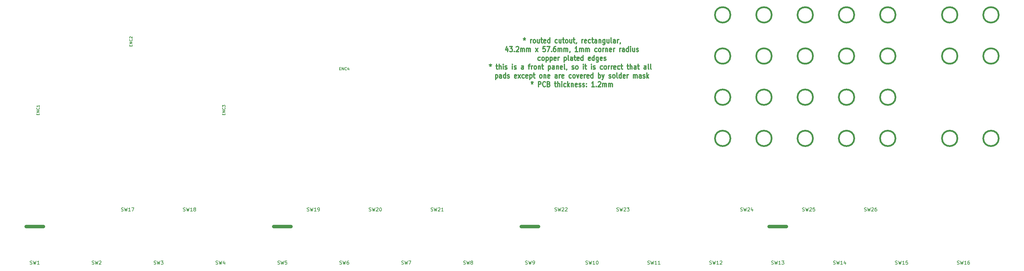
<source format=gbr>
%TF.GenerationSoftware,KiCad,Pcbnew,5.1.6*%
%TF.CreationDate,2020-06-02T09:47:57+02:00*%
%TF.ProjectId,OTTO_FrontPanel_SMD,4f54544f-5f46-4726-9f6e-7450616e656c,rev?*%
%TF.SameCoordinates,PX269fb20PYbb65a20*%
%TF.FileFunction,Legend,Top*%
%TF.FilePolarity,Positive*%
%FSLAX46Y46*%
G04 Gerber Fmt 4.6, Leading zero omitted, Abs format (unit mm)*
G04 Created by KiCad (PCBNEW 5.1.6) date 2020-06-02 09:47:57*
%MOMM*%
%LPD*%
G01*
G04 APERTURE LIST*
%ADD10C,1.000000*%
%ADD11C,0.500000*%
%ADD12C,0.300000*%
%ADD13C,0.150000*%
G04 APERTURE END LIST*
D10*
X-16800000Y110950000D02*
X-11800000Y110950000D01*
D11*
X187950000Y148650000D02*
G75*
G03*
X187950000Y148650000I-2250000J0D01*
G01*
X211950000Y148650000D02*
G75*
G03*
X211950000Y148650000I-2250000J0D01*
G01*
X199950000Y148650000D02*
G75*
G03*
X199950000Y148650000I-2250000J0D01*
G01*
X235950000Y148650000D02*
G75*
G03*
X235950000Y148650000I-2250000J0D01*
G01*
X223950000Y148650000D02*
G75*
G03*
X223950000Y148650000I-2250000J0D01*
G01*
X187950000Y172650000D02*
G75*
G03*
X187950000Y172650000I-2250000J0D01*
G01*
X187950000Y136650000D02*
G75*
G03*
X187950000Y136650000I-2250000J0D01*
G01*
X187950000Y160650000D02*
G75*
G03*
X187950000Y160650000I-2250000J0D01*
G01*
D10*
X199200000Y110950000D02*
X204200000Y110950000D01*
X127200000Y110950000D02*
X132200000Y110950000D01*
X55200000Y110950000D02*
X60200000Y110950000D01*
D12*
X128064285Y165946429D02*
X128064285Y165589286D01*
X127754761Y165732143D02*
X128064285Y165589286D01*
X128373809Y165732143D01*
X127878571Y165303572D02*
X128064285Y165589286D01*
X128250000Y165303572D01*
X129859523Y164446429D02*
X129859523Y165446429D01*
X129859523Y165160715D02*
X129921428Y165303572D01*
X129983333Y165375000D01*
X130107142Y165446429D01*
X130230952Y165446429D01*
X130850000Y164446429D02*
X130726190Y164517858D01*
X130664285Y164589286D01*
X130602380Y164732143D01*
X130602380Y165160715D01*
X130664285Y165303572D01*
X130726190Y165375000D01*
X130850000Y165446429D01*
X131035714Y165446429D01*
X131159523Y165375000D01*
X131221428Y165303572D01*
X131283333Y165160715D01*
X131283333Y164732143D01*
X131221428Y164589286D01*
X131159523Y164517858D01*
X131035714Y164446429D01*
X130850000Y164446429D01*
X132397619Y165446429D02*
X132397619Y164446429D01*
X131840476Y165446429D02*
X131840476Y164660715D01*
X131902380Y164517858D01*
X132026190Y164446429D01*
X132211904Y164446429D01*
X132335714Y164517858D01*
X132397619Y164589286D01*
X132830952Y165446429D02*
X133326190Y165446429D01*
X133016666Y165946429D02*
X133016666Y164660715D01*
X133078571Y164517858D01*
X133202380Y164446429D01*
X133326190Y164446429D01*
X134254761Y164517858D02*
X134130952Y164446429D01*
X133883333Y164446429D01*
X133759523Y164517858D01*
X133697619Y164660715D01*
X133697619Y165232143D01*
X133759523Y165375000D01*
X133883333Y165446429D01*
X134130952Y165446429D01*
X134254761Y165375000D01*
X134316666Y165232143D01*
X134316666Y165089286D01*
X133697619Y164946429D01*
X135430952Y164446429D02*
X135430952Y165946429D01*
X135430952Y164517858D02*
X135307142Y164446429D01*
X135059523Y164446429D01*
X134935714Y164517858D01*
X134873809Y164589286D01*
X134811904Y164732143D01*
X134811904Y165160715D01*
X134873809Y165303572D01*
X134935714Y165375000D01*
X135059523Y165446429D01*
X135307142Y165446429D01*
X135430952Y165375000D01*
X137597619Y164517858D02*
X137473809Y164446429D01*
X137226190Y164446429D01*
X137102380Y164517858D01*
X137040476Y164589286D01*
X136978571Y164732143D01*
X136978571Y165160715D01*
X137040476Y165303572D01*
X137102380Y165375000D01*
X137226190Y165446429D01*
X137473809Y165446429D01*
X137597619Y165375000D01*
X138711904Y165446429D02*
X138711904Y164446429D01*
X138154761Y165446429D02*
X138154761Y164660715D01*
X138216666Y164517858D01*
X138340476Y164446429D01*
X138526190Y164446429D01*
X138650000Y164517858D01*
X138711904Y164589286D01*
X139145238Y165446429D02*
X139640476Y165446429D01*
X139330952Y165946429D02*
X139330952Y164660715D01*
X139392857Y164517858D01*
X139516666Y164446429D01*
X139640476Y164446429D01*
X140259523Y164446429D02*
X140135714Y164517858D01*
X140073809Y164589286D01*
X140011904Y164732143D01*
X140011904Y165160715D01*
X140073809Y165303572D01*
X140135714Y165375000D01*
X140259523Y165446429D01*
X140445238Y165446429D01*
X140569047Y165375000D01*
X140630952Y165303572D01*
X140692857Y165160715D01*
X140692857Y164732143D01*
X140630952Y164589286D01*
X140569047Y164517858D01*
X140445238Y164446429D01*
X140259523Y164446429D01*
X141807142Y165446429D02*
X141807142Y164446429D01*
X141250000Y165446429D02*
X141250000Y164660715D01*
X141311904Y164517858D01*
X141435714Y164446429D01*
X141621428Y164446429D01*
X141745238Y164517858D01*
X141807142Y164589286D01*
X142240476Y165446429D02*
X142735714Y165446429D01*
X142426190Y165946429D02*
X142426190Y164660715D01*
X142488095Y164517858D01*
X142611904Y164446429D01*
X142735714Y164446429D01*
X143230952Y164517858D02*
X143230952Y164446429D01*
X143169047Y164303572D01*
X143107142Y164232143D01*
X144778571Y164446429D02*
X144778571Y165446429D01*
X144778571Y165160715D02*
X144840476Y165303572D01*
X144902380Y165375000D01*
X145026190Y165446429D01*
X145150000Y165446429D01*
X146078571Y164517858D02*
X145954761Y164446429D01*
X145707142Y164446429D01*
X145583333Y164517858D01*
X145521428Y164660715D01*
X145521428Y165232143D01*
X145583333Y165375000D01*
X145707142Y165446429D01*
X145954761Y165446429D01*
X146078571Y165375000D01*
X146140476Y165232143D01*
X146140476Y165089286D01*
X145521428Y164946429D01*
X147254761Y164517858D02*
X147130952Y164446429D01*
X146883333Y164446429D01*
X146759523Y164517858D01*
X146697619Y164589286D01*
X146635714Y164732143D01*
X146635714Y165160715D01*
X146697619Y165303572D01*
X146759523Y165375000D01*
X146883333Y165446429D01*
X147130952Y165446429D01*
X147254761Y165375000D01*
X147626190Y165446429D02*
X148121428Y165446429D01*
X147811904Y165946429D02*
X147811904Y164660715D01*
X147873809Y164517858D01*
X147997619Y164446429D01*
X148121428Y164446429D01*
X149111904Y164446429D02*
X149111904Y165232143D01*
X149050000Y165375000D01*
X148926190Y165446429D01*
X148678571Y165446429D01*
X148554761Y165375000D01*
X149111904Y164517858D02*
X148988095Y164446429D01*
X148678571Y164446429D01*
X148554761Y164517858D01*
X148492857Y164660715D01*
X148492857Y164803572D01*
X148554761Y164946429D01*
X148678571Y165017858D01*
X148988095Y165017858D01*
X149111904Y165089286D01*
X149730952Y165446429D02*
X149730952Y164446429D01*
X149730952Y165303572D02*
X149792857Y165375000D01*
X149916666Y165446429D01*
X150102380Y165446429D01*
X150226190Y165375000D01*
X150288095Y165232143D01*
X150288095Y164446429D01*
X151464285Y165446429D02*
X151464285Y164232143D01*
X151402380Y164089286D01*
X151340476Y164017858D01*
X151216666Y163946429D01*
X151030952Y163946429D01*
X150907142Y164017858D01*
X151464285Y164517858D02*
X151340476Y164446429D01*
X151092857Y164446429D01*
X150969047Y164517858D01*
X150907142Y164589286D01*
X150845238Y164732143D01*
X150845238Y165160715D01*
X150907142Y165303572D01*
X150969047Y165375000D01*
X151092857Y165446429D01*
X151340476Y165446429D01*
X151464285Y165375000D01*
X152640476Y165446429D02*
X152640476Y164446429D01*
X152083333Y165446429D02*
X152083333Y164660715D01*
X152145238Y164517858D01*
X152269047Y164446429D01*
X152454761Y164446429D01*
X152578571Y164517858D01*
X152640476Y164589286D01*
X153445238Y164446429D02*
X153321428Y164517858D01*
X153259523Y164660715D01*
X153259523Y165946429D01*
X154497619Y164446429D02*
X154497619Y165232143D01*
X154435714Y165375000D01*
X154311904Y165446429D01*
X154064285Y165446429D01*
X153940476Y165375000D01*
X154497619Y164517858D02*
X154373809Y164446429D01*
X154064285Y164446429D01*
X153940476Y164517858D01*
X153878571Y164660715D01*
X153878571Y164803572D01*
X153940476Y164946429D01*
X154064285Y165017858D01*
X154373809Y165017858D01*
X154497619Y165089286D01*
X155116666Y164446429D02*
X155116666Y165446429D01*
X155116666Y165160715D02*
X155178571Y165303572D01*
X155240476Y165375000D01*
X155364285Y165446429D01*
X155488095Y165446429D01*
X155983333Y164517858D02*
X155983333Y164446429D01*
X155921428Y164303572D01*
X155859523Y164232143D01*
X123204761Y162896429D02*
X123204761Y161896429D01*
X122895238Y163467858D02*
X122585714Y162396429D01*
X123390476Y162396429D01*
X123761904Y163396429D02*
X124566666Y163396429D01*
X124133333Y162825000D01*
X124319047Y162825000D01*
X124442857Y162753572D01*
X124504761Y162682143D01*
X124566666Y162539286D01*
X124566666Y162182143D01*
X124504761Y162039286D01*
X124442857Y161967858D01*
X124319047Y161896429D01*
X123947619Y161896429D01*
X123823809Y161967858D01*
X123761904Y162039286D01*
X125123809Y162039286D02*
X125185714Y161967858D01*
X125123809Y161896429D01*
X125061904Y161967858D01*
X125123809Y162039286D01*
X125123809Y161896429D01*
X125680952Y163253572D02*
X125742857Y163325000D01*
X125866666Y163396429D01*
X126176190Y163396429D01*
X126300000Y163325000D01*
X126361904Y163253572D01*
X126423809Y163110715D01*
X126423809Y162967858D01*
X126361904Y162753572D01*
X125619047Y161896429D01*
X126423809Y161896429D01*
X126980952Y161896429D02*
X126980952Y162896429D01*
X126980952Y162753572D02*
X127042857Y162825000D01*
X127166666Y162896429D01*
X127352380Y162896429D01*
X127476190Y162825000D01*
X127538095Y162682143D01*
X127538095Y161896429D01*
X127538095Y162682143D02*
X127600000Y162825000D01*
X127723809Y162896429D01*
X127909523Y162896429D01*
X128033333Y162825000D01*
X128095238Y162682143D01*
X128095238Y161896429D01*
X128714285Y161896429D02*
X128714285Y162896429D01*
X128714285Y162753572D02*
X128776190Y162825000D01*
X128900000Y162896429D01*
X129085714Y162896429D01*
X129209523Y162825000D01*
X129271428Y162682143D01*
X129271428Y161896429D01*
X129271428Y162682143D02*
X129333333Y162825000D01*
X129457142Y162896429D01*
X129642857Y162896429D01*
X129766666Y162825000D01*
X129828571Y162682143D01*
X129828571Y161896429D01*
X131314285Y161896429D02*
X131995238Y162896429D01*
X131314285Y162896429D02*
X131995238Y161896429D01*
X134100000Y163396429D02*
X133480952Y163396429D01*
X133419047Y162682143D01*
X133480952Y162753572D01*
X133604761Y162825000D01*
X133914285Y162825000D01*
X134038095Y162753572D01*
X134100000Y162682143D01*
X134161904Y162539286D01*
X134161904Y162182143D01*
X134100000Y162039286D01*
X134038095Y161967858D01*
X133914285Y161896429D01*
X133604761Y161896429D01*
X133480952Y161967858D01*
X133419047Y162039286D01*
X134595238Y163396429D02*
X135461904Y163396429D01*
X134904761Y161896429D01*
X135957142Y162039286D02*
X136019047Y161967858D01*
X135957142Y161896429D01*
X135895238Y161967858D01*
X135957142Y162039286D01*
X135957142Y161896429D01*
X137133333Y163396429D02*
X136885714Y163396429D01*
X136761904Y163325000D01*
X136700000Y163253572D01*
X136576190Y163039286D01*
X136514285Y162753572D01*
X136514285Y162182143D01*
X136576190Y162039286D01*
X136638095Y161967858D01*
X136761904Y161896429D01*
X137009523Y161896429D01*
X137133333Y161967858D01*
X137195238Y162039286D01*
X137257142Y162182143D01*
X137257142Y162539286D01*
X137195238Y162682143D01*
X137133333Y162753572D01*
X137009523Y162825000D01*
X136761904Y162825000D01*
X136638095Y162753572D01*
X136576190Y162682143D01*
X136514285Y162539286D01*
X137814285Y161896429D02*
X137814285Y162896429D01*
X137814285Y162753572D02*
X137876190Y162825000D01*
X138000000Y162896429D01*
X138185714Y162896429D01*
X138309523Y162825000D01*
X138371428Y162682143D01*
X138371428Y161896429D01*
X138371428Y162682143D02*
X138433333Y162825000D01*
X138557142Y162896429D01*
X138742857Y162896429D01*
X138866666Y162825000D01*
X138928571Y162682143D01*
X138928571Y161896429D01*
X139547619Y161896429D02*
X139547619Y162896429D01*
X139547619Y162753572D02*
X139609523Y162825000D01*
X139733333Y162896429D01*
X139919047Y162896429D01*
X140042857Y162825000D01*
X140104761Y162682143D01*
X140104761Y161896429D01*
X140104761Y162682143D02*
X140166666Y162825000D01*
X140290476Y162896429D01*
X140476190Y162896429D01*
X140600000Y162825000D01*
X140661904Y162682143D01*
X140661904Y161896429D01*
X141342857Y161967858D02*
X141342857Y161896429D01*
X141280952Y161753572D01*
X141219047Y161682143D01*
X143571428Y161896429D02*
X142828571Y161896429D01*
X143200000Y161896429D02*
X143200000Y163396429D01*
X143076190Y163182143D01*
X142952380Y163039286D01*
X142828571Y162967858D01*
X144128571Y161896429D02*
X144128571Y162896429D01*
X144128571Y162753572D02*
X144190476Y162825000D01*
X144314285Y162896429D01*
X144500000Y162896429D01*
X144623809Y162825000D01*
X144685714Y162682143D01*
X144685714Y161896429D01*
X144685714Y162682143D02*
X144747619Y162825000D01*
X144871428Y162896429D01*
X145057142Y162896429D01*
X145180952Y162825000D01*
X145242857Y162682143D01*
X145242857Y161896429D01*
X145861904Y161896429D02*
X145861904Y162896429D01*
X145861904Y162753572D02*
X145923809Y162825000D01*
X146047619Y162896429D01*
X146233333Y162896429D01*
X146357142Y162825000D01*
X146419047Y162682143D01*
X146419047Y161896429D01*
X146419047Y162682143D02*
X146480952Y162825000D01*
X146604761Y162896429D01*
X146790476Y162896429D01*
X146914285Y162825000D01*
X146976190Y162682143D01*
X146976190Y161896429D01*
X149142857Y161967858D02*
X149019047Y161896429D01*
X148771428Y161896429D01*
X148647619Y161967858D01*
X148585714Y162039286D01*
X148523809Y162182143D01*
X148523809Y162610715D01*
X148585714Y162753572D01*
X148647619Y162825000D01*
X148771428Y162896429D01*
X149019047Y162896429D01*
X149142857Y162825000D01*
X149885714Y161896429D02*
X149761904Y161967858D01*
X149699999Y162039286D01*
X149638095Y162182143D01*
X149638095Y162610715D01*
X149699999Y162753572D01*
X149761904Y162825000D01*
X149885714Y162896429D01*
X150071428Y162896429D01*
X150195238Y162825000D01*
X150257142Y162753572D01*
X150319047Y162610715D01*
X150319047Y162182143D01*
X150257142Y162039286D01*
X150195238Y161967858D01*
X150071428Y161896429D01*
X149885714Y161896429D01*
X150876190Y161896429D02*
X150876190Y162896429D01*
X150876190Y162610715D02*
X150938095Y162753572D01*
X150999999Y162825000D01*
X151123809Y162896429D01*
X151247619Y162896429D01*
X151680952Y162896429D02*
X151680952Y161896429D01*
X151680952Y162753572D02*
X151742857Y162825000D01*
X151866666Y162896429D01*
X152052380Y162896429D01*
X152176190Y162825000D01*
X152238095Y162682143D01*
X152238095Y161896429D01*
X153352380Y161967858D02*
X153228571Y161896429D01*
X152980952Y161896429D01*
X152857142Y161967858D01*
X152795238Y162110715D01*
X152795238Y162682143D01*
X152857142Y162825000D01*
X152980952Y162896429D01*
X153228571Y162896429D01*
X153352380Y162825000D01*
X153414285Y162682143D01*
X153414285Y162539286D01*
X152795238Y162396429D01*
X153971428Y161896429D02*
X153971428Y162896429D01*
X153971428Y162610715D02*
X154033333Y162753572D01*
X154095238Y162825000D01*
X154219047Y162896429D01*
X154342857Y162896429D01*
X155766666Y161896429D02*
X155766666Y162896429D01*
X155766666Y162610715D02*
X155828571Y162753572D01*
X155890476Y162825000D01*
X156014285Y162896429D01*
X156138095Y162896429D01*
X157128571Y161896429D02*
X157128571Y162682143D01*
X157066666Y162825000D01*
X156942857Y162896429D01*
X156695238Y162896429D01*
X156571428Y162825000D01*
X157128571Y161967858D02*
X157004761Y161896429D01*
X156695238Y161896429D01*
X156571428Y161967858D01*
X156509523Y162110715D01*
X156509523Y162253572D01*
X156571428Y162396429D01*
X156695238Y162467858D01*
X157004761Y162467858D01*
X157128571Y162539286D01*
X158304761Y161896429D02*
X158304761Y163396429D01*
X158304761Y161967858D02*
X158180952Y161896429D01*
X157933333Y161896429D01*
X157809523Y161967858D01*
X157747619Y162039286D01*
X157685714Y162182143D01*
X157685714Y162610715D01*
X157747619Y162753572D01*
X157809523Y162825000D01*
X157933333Y162896429D01*
X158180952Y162896429D01*
X158304761Y162825000D01*
X158923809Y161896429D02*
X158923809Y162896429D01*
X158923809Y163396429D02*
X158861904Y163325000D01*
X158923809Y163253572D01*
X158985714Y163325000D01*
X158923809Y163396429D01*
X158923809Y163253572D01*
X160099999Y162896429D02*
X160099999Y161896429D01*
X159542857Y162896429D02*
X159542857Y162110715D01*
X159604761Y161967858D01*
X159728571Y161896429D01*
X159914285Y161896429D01*
X160038095Y161967858D01*
X160099999Y162039286D01*
X160657142Y161967858D02*
X160780952Y161896429D01*
X161028571Y161896429D01*
X161152380Y161967858D01*
X161214285Y162110715D01*
X161214285Y162182143D01*
X161152380Y162325000D01*
X161028571Y162396429D01*
X160842857Y162396429D01*
X160719047Y162467858D01*
X160657142Y162610715D01*
X160657142Y162682143D01*
X160719047Y162825000D01*
X160842857Y162896429D01*
X161028571Y162896429D01*
X161152380Y162825000D01*
X132645238Y159417858D02*
X132521428Y159346429D01*
X132273809Y159346429D01*
X132150000Y159417858D01*
X132088095Y159489286D01*
X132026190Y159632143D01*
X132026190Y160060715D01*
X132088095Y160203572D01*
X132150000Y160275000D01*
X132273809Y160346429D01*
X132521428Y160346429D01*
X132645238Y160275000D01*
X133388095Y159346429D02*
X133264285Y159417858D01*
X133202380Y159489286D01*
X133140476Y159632143D01*
X133140476Y160060715D01*
X133202380Y160203572D01*
X133264285Y160275000D01*
X133388095Y160346429D01*
X133573809Y160346429D01*
X133697619Y160275000D01*
X133759523Y160203572D01*
X133821428Y160060715D01*
X133821428Y159632143D01*
X133759523Y159489286D01*
X133697619Y159417858D01*
X133573809Y159346429D01*
X133388095Y159346429D01*
X134378571Y160346429D02*
X134378571Y158846429D01*
X134378571Y160275000D02*
X134502380Y160346429D01*
X134750000Y160346429D01*
X134873809Y160275000D01*
X134935714Y160203572D01*
X134997619Y160060715D01*
X134997619Y159632143D01*
X134935714Y159489286D01*
X134873809Y159417858D01*
X134750000Y159346429D01*
X134502380Y159346429D01*
X134378571Y159417858D01*
X135554761Y160346429D02*
X135554761Y158846429D01*
X135554761Y160275000D02*
X135678571Y160346429D01*
X135926190Y160346429D01*
X136050000Y160275000D01*
X136111904Y160203572D01*
X136173809Y160060715D01*
X136173809Y159632143D01*
X136111904Y159489286D01*
X136050000Y159417858D01*
X135926190Y159346429D01*
X135678571Y159346429D01*
X135554761Y159417858D01*
X137226190Y159417858D02*
X137102380Y159346429D01*
X136854761Y159346429D01*
X136730952Y159417858D01*
X136669047Y159560715D01*
X136669047Y160132143D01*
X136730952Y160275000D01*
X136854761Y160346429D01*
X137102380Y160346429D01*
X137226190Y160275000D01*
X137288095Y160132143D01*
X137288095Y159989286D01*
X136669047Y159846429D01*
X137845238Y159346429D02*
X137845238Y160346429D01*
X137845238Y160060715D02*
X137907142Y160203572D01*
X137969047Y160275000D01*
X138092857Y160346429D01*
X138216666Y160346429D01*
X139640476Y160346429D02*
X139640476Y158846429D01*
X139640476Y160275000D02*
X139764285Y160346429D01*
X140011904Y160346429D01*
X140135714Y160275000D01*
X140197619Y160203572D01*
X140259523Y160060715D01*
X140259523Y159632143D01*
X140197619Y159489286D01*
X140135714Y159417858D01*
X140011904Y159346429D01*
X139764285Y159346429D01*
X139640476Y159417858D01*
X141002380Y159346429D02*
X140878571Y159417858D01*
X140816666Y159560715D01*
X140816666Y160846429D01*
X142054761Y159346429D02*
X142054761Y160132143D01*
X141992857Y160275000D01*
X141869047Y160346429D01*
X141621428Y160346429D01*
X141497619Y160275000D01*
X142054761Y159417858D02*
X141930952Y159346429D01*
X141621428Y159346429D01*
X141497619Y159417858D01*
X141435714Y159560715D01*
X141435714Y159703572D01*
X141497619Y159846429D01*
X141621428Y159917858D01*
X141930952Y159917858D01*
X142054761Y159989286D01*
X142488095Y160346429D02*
X142983333Y160346429D01*
X142673809Y160846429D02*
X142673809Y159560715D01*
X142735714Y159417858D01*
X142859523Y159346429D01*
X142983333Y159346429D01*
X143911904Y159417858D02*
X143788095Y159346429D01*
X143540476Y159346429D01*
X143416666Y159417858D01*
X143354761Y159560715D01*
X143354761Y160132143D01*
X143416666Y160275000D01*
X143540476Y160346429D01*
X143788095Y160346429D01*
X143911904Y160275000D01*
X143973809Y160132143D01*
X143973809Y159989286D01*
X143354761Y159846429D01*
X145088095Y159346429D02*
X145088095Y160846429D01*
X145088095Y159417858D02*
X144964285Y159346429D01*
X144716666Y159346429D01*
X144592857Y159417858D01*
X144530952Y159489286D01*
X144469047Y159632143D01*
X144469047Y160060715D01*
X144530952Y160203572D01*
X144592857Y160275000D01*
X144716666Y160346429D01*
X144964285Y160346429D01*
X145088095Y160275000D01*
X147192857Y159417858D02*
X147069047Y159346429D01*
X146821428Y159346429D01*
X146697619Y159417858D01*
X146635714Y159560715D01*
X146635714Y160132143D01*
X146697619Y160275000D01*
X146821428Y160346429D01*
X147069047Y160346429D01*
X147192857Y160275000D01*
X147254761Y160132143D01*
X147254761Y159989286D01*
X146635714Y159846429D01*
X148369047Y159346429D02*
X148369047Y160846429D01*
X148369047Y159417858D02*
X148245238Y159346429D01*
X147997619Y159346429D01*
X147873809Y159417858D01*
X147811904Y159489286D01*
X147750000Y159632143D01*
X147750000Y160060715D01*
X147811904Y160203572D01*
X147873809Y160275000D01*
X147997619Y160346429D01*
X148245238Y160346429D01*
X148369047Y160275000D01*
X149545238Y160346429D02*
X149545238Y159132143D01*
X149483333Y158989286D01*
X149421428Y158917858D01*
X149297619Y158846429D01*
X149111904Y158846429D01*
X148988095Y158917858D01*
X149545238Y159417858D02*
X149421428Y159346429D01*
X149173809Y159346429D01*
X149050000Y159417858D01*
X148988095Y159489286D01*
X148926190Y159632143D01*
X148926190Y160060715D01*
X148988095Y160203572D01*
X149050000Y160275000D01*
X149173809Y160346429D01*
X149421428Y160346429D01*
X149545238Y160275000D01*
X150659523Y159417858D02*
X150535714Y159346429D01*
X150288095Y159346429D01*
X150164285Y159417858D01*
X150102380Y159560715D01*
X150102380Y160132143D01*
X150164285Y160275000D01*
X150288095Y160346429D01*
X150535714Y160346429D01*
X150659523Y160275000D01*
X150721428Y160132143D01*
X150721428Y159989286D01*
X150102380Y159846429D01*
X151216666Y159417858D02*
X151340476Y159346429D01*
X151588095Y159346429D01*
X151711904Y159417858D01*
X151773809Y159560715D01*
X151773809Y159632143D01*
X151711904Y159775000D01*
X151588095Y159846429D01*
X151402380Y159846429D01*
X151278571Y159917858D01*
X151216666Y160060715D01*
X151216666Y160132143D01*
X151278571Y160275000D01*
X151402380Y160346429D01*
X151588095Y160346429D01*
X151711904Y160275000D01*
X118190476Y158296429D02*
X118190476Y157939286D01*
X117880952Y158082143D02*
X118190476Y157939286D01*
X118500000Y158082143D01*
X118004761Y157653572D02*
X118190476Y157939286D01*
X118376190Y157653572D01*
X119800000Y157796429D02*
X120295238Y157796429D01*
X119985714Y158296429D02*
X119985714Y157010715D01*
X120047619Y156867858D01*
X120171428Y156796429D01*
X120295238Y156796429D01*
X120728571Y156796429D02*
X120728571Y158296429D01*
X121285714Y156796429D02*
X121285714Y157582143D01*
X121223809Y157725000D01*
X121100000Y157796429D01*
X120914285Y157796429D01*
X120790476Y157725000D01*
X120728571Y157653572D01*
X121904761Y156796429D02*
X121904761Y157796429D01*
X121904761Y158296429D02*
X121842857Y158225000D01*
X121904761Y158153572D01*
X121966666Y158225000D01*
X121904761Y158296429D01*
X121904761Y158153572D01*
X122461904Y156867858D02*
X122585714Y156796429D01*
X122833333Y156796429D01*
X122957142Y156867858D01*
X123019047Y157010715D01*
X123019047Y157082143D01*
X122957142Y157225000D01*
X122833333Y157296429D01*
X122647619Y157296429D01*
X122523809Y157367858D01*
X122461904Y157510715D01*
X122461904Y157582143D01*
X122523809Y157725000D01*
X122647619Y157796429D01*
X122833333Y157796429D01*
X122957142Y157725000D01*
X124566666Y156796429D02*
X124566666Y157796429D01*
X124566666Y158296429D02*
X124504761Y158225000D01*
X124566666Y158153572D01*
X124628571Y158225000D01*
X124566666Y158296429D01*
X124566666Y158153572D01*
X125123809Y156867858D02*
X125247619Y156796429D01*
X125495238Y156796429D01*
X125619047Y156867858D01*
X125680952Y157010715D01*
X125680952Y157082143D01*
X125619047Y157225000D01*
X125495238Y157296429D01*
X125309523Y157296429D01*
X125185714Y157367858D01*
X125123809Y157510715D01*
X125123809Y157582143D01*
X125185714Y157725000D01*
X125309523Y157796429D01*
X125495238Y157796429D01*
X125619047Y157725000D01*
X127785714Y156796429D02*
X127785714Y157582143D01*
X127723809Y157725000D01*
X127600000Y157796429D01*
X127352380Y157796429D01*
X127228571Y157725000D01*
X127785714Y156867858D02*
X127661904Y156796429D01*
X127352380Y156796429D01*
X127228571Y156867858D01*
X127166666Y157010715D01*
X127166666Y157153572D01*
X127228571Y157296429D01*
X127352380Y157367858D01*
X127661904Y157367858D01*
X127785714Y157439286D01*
X129209523Y157796429D02*
X129704761Y157796429D01*
X129395238Y156796429D02*
X129395238Y158082143D01*
X129457142Y158225000D01*
X129580952Y158296429D01*
X129704761Y158296429D01*
X130138095Y156796429D02*
X130138095Y157796429D01*
X130138095Y157510715D02*
X130200000Y157653572D01*
X130261904Y157725000D01*
X130385714Y157796429D01*
X130509523Y157796429D01*
X131128571Y156796429D02*
X131004761Y156867858D01*
X130942857Y156939286D01*
X130880952Y157082143D01*
X130880952Y157510715D01*
X130942857Y157653572D01*
X131004761Y157725000D01*
X131128571Y157796429D01*
X131314285Y157796429D01*
X131438095Y157725000D01*
X131500000Y157653572D01*
X131561904Y157510715D01*
X131561904Y157082143D01*
X131500000Y156939286D01*
X131438095Y156867858D01*
X131314285Y156796429D01*
X131128571Y156796429D01*
X132119047Y157796429D02*
X132119047Y156796429D01*
X132119047Y157653572D02*
X132180952Y157725000D01*
X132304761Y157796429D01*
X132490476Y157796429D01*
X132614285Y157725000D01*
X132676190Y157582143D01*
X132676190Y156796429D01*
X133109523Y157796429D02*
X133604761Y157796429D01*
X133295238Y158296429D02*
X133295238Y157010715D01*
X133357142Y156867858D01*
X133480952Y156796429D01*
X133604761Y156796429D01*
X135028571Y157796429D02*
X135028571Y156296429D01*
X135028571Y157725000D02*
X135152380Y157796429D01*
X135400000Y157796429D01*
X135523809Y157725000D01*
X135585714Y157653572D01*
X135647619Y157510715D01*
X135647619Y157082143D01*
X135585714Y156939286D01*
X135523809Y156867858D01*
X135400000Y156796429D01*
X135152380Y156796429D01*
X135028571Y156867858D01*
X136761904Y156796429D02*
X136761904Y157582143D01*
X136700000Y157725000D01*
X136576190Y157796429D01*
X136328571Y157796429D01*
X136204761Y157725000D01*
X136761904Y156867858D02*
X136638095Y156796429D01*
X136328571Y156796429D01*
X136204761Y156867858D01*
X136142857Y157010715D01*
X136142857Y157153572D01*
X136204761Y157296429D01*
X136328571Y157367858D01*
X136638095Y157367858D01*
X136761904Y157439286D01*
X137380952Y157796429D02*
X137380952Y156796429D01*
X137380952Y157653572D02*
X137442857Y157725000D01*
X137566666Y157796429D01*
X137752380Y157796429D01*
X137876190Y157725000D01*
X137938095Y157582143D01*
X137938095Y156796429D01*
X139052380Y156867858D02*
X138928571Y156796429D01*
X138680952Y156796429D01*
X138557142Y156867858D01*
X138495238Y157010715D01*
X138495238Y157582143D01*
X138557142Y157725000D01*
X138680952Y157796429D01*
X138928571Y157796429D01*
X139052380Y157725000D01*
X139114285Y157582143D01*
X139114285Y157439286D01*
X138495238Y157296429D01*
X139857142Y156796429D02*
X139733333Y156867858D01*
X139671428Y157010715D01*
X139671428Y158296429D01*
X140414285Y156867858D02*
X140414285Y156796429D01*
X140352380Y156653572D01*
X140290476Y156582143D01*
X141900000Y156867858D02*
X142023809Y156796429D01*
X142271428Y156796429D01*
X142395238Y156867858D01*
X142457142Y157010715D01*
X142457142Y157082143D01*
X142395238Y157225000D01*
X142271428Y157296429D01*
X142085714Y157296429D01*
X141961904Y157367858D01*
X141900000Y157510715D01*
X141900000Y157582143D01*
X141961904Y157725000D01*
X142085714Y157796429D01*
X142271428Y157796429D01*
X142395238Y157725000D01*
X143200000Y156796429D02*
X143076190Y156867858D01*
X143014285Y156939286D01*
X142952380Y157082143D01*
X142952380Y157510715D01*
X143014285Y157653572D01*
X143076190Y157725000D01*
X143200000Y157796429D01*
X143385714Y157796429D01*
X143509523Y157725000D01*
X143571428Y157653572D01*
X143633333Y157510715D01*
X143633333Y157082143D01*
X143571428Y156939286D01*
X143509523Y156867858D01*
X143385714Y156796429D01*
X143200000Y156796429D01*
X145180952Y156796429D02*
X145180952Y157796429D01*
X145180952Y158296429D02*
X145119047Y158225000D01*
X145180952Y158153572D01*
X145242857Y158225000D01*
X145180952Y158296429D01*
X145180952Y158153572D01*
X145614285Y157796429D02*
X146109523Y157796429D01*
X145800000Y158296429D02*
X145800000Y157010715D01*
X145861904Y156867858D01*
X145985714Y156796429D01*
X146109523Y156796429D01*
X147533333Y156796429D02*
X147533333Y157796429D01*
X147533333Y158296429D02*
X147471428Y158225000D01*
X147533333Y158153572D01*
X147595238Y158225000D01*
X147533333Y158296429D01*
X147533333Y158153572D01*
X148090476Y156867858D02*
X148214285Y156796429D01*
X148461904Y156796429D01*
X148585714Y156867858D01*
X148647619Y157010715D01*
X148647619Y157082143D01*
X148585714Y157225000D01*
X148461904Y157296429D01*
X148276190Y157296429D01*
X148152380Y157367858D01*
X148090476Y157510715D01*
X148090476Y157582143D01*
X148152380Y157725000D01*
X148276190Y157796429D01*
X148461904Y157796429D01*
X148585714Y157725000D01*
X150752380Y156867858D02*
X150628571Y156796429D01*
X150380952Y156796429D01*
X150257142Y156867858D01*
X150195238Y156939286D01*
X150133333Y157082143D01*
X150133333Y157510715D01*
X150195238Y157653572D01*
X150257142Y157725000D01*
X150380952Y157796429D01*
X150628571Y157796429D01*
X150752380Y157725000D01*
X151495238Y156796429D02*
X151371428Y156867858D01*
X151309523Y156939286D01*
X151247619Y157082143D01*
X151247619Y157510715D01*
X151309523Y157653572D01*
X151371428Y157725000D01*
X151495238Y157796429D01*
X151680952Y157796429D01*
X151804761Y157725000D01*
X151866666Y157653572D01*
X151928571Y157510715D01*
X151928571Y157082143D01*
X151866666Y156939286D01*
X151804761Y156867858D01*
X151680952Y156796429D01*
X151495238Y156796429D01*
X152485714Y156796429D02*
X152485714Y157796429D01*
X152485714Y157510715D02*
X152547619Y157653572D01*
X152609523Y157725000D01*
X152733333Y157796429D01*
X152857142Y157796429D01*
X153290476Y156796429D02*
X153290476Y157796429D01*
X153290476Y157510715D02*
X153352380Y157653572D01*
X153414285Y157725000D01*
X153538095Y157796429D01*
X153661904Y157796429D01*
X154590476Y156867858D02*
X154466666Y156796429D01*
X154219047Y156796429D01*
X154095238Y156867858D01*
X154033333Y157010715D01*
X154033333Y157582143D01*
X154095238Y157725000D01*
X154219047Y157796429D01*
X154466666Y157796429D01*
X154590476Y157725000D01*
X154652380Y157582143D01*
X154652380Y157439286D01*
X154033333Y157296429D01*
X155766666Y156867858D02*
X155642857Y156796429D01*
X155395238Y156796429D01*
X155271428Y156867858D01*
X155209523Y156939286D01*
X155147619Y157082143D01*
X155147619Y157510715D01*
X155209523Y157653572D01*
X155271428Y157725000D01*
X155395238Y157796429D01*
X155642857Y157796429D01*
X155766666Y157725000D01*
X156138095Y157796429D02*
X156633333Y157796429D01*
X156323809Y158296429D02*
X156323809Y157010715D01*
X156385714Y156867858D01*
X156509523Y156796429D01*
X156633333Y156796429D01*
X157871428Y157796429D02*
X158366666Y157796429D01*
X158057142Y158296429D02*
X158057142Y157010715D01*
X158119047Y156867858D01*
X158242857Y156796429D01*
X158366666Y156796429D01*
X158800000Y156796429D02*
X158800000Y158296429D01*
X159357142Y156796429D02*
X159357142Y157582143D01*
X159295238Y157725000D01*
X159171428Y157796429D01*
X158985714Y157796429D01*
X158861904Y157725000D01*
X158800000Y157653572D01*
X160533333Y156796429D02*
X160533333Y157582143D01*
X160471428Y157725000D01*
X160347619Y157796429D01*
X160100000Y157796429D01*
X159976190Y157725000D01*
X160533333Y156867858D02*
X160409523Y156796429D01*
X160100000Y156796429D01*
X159976190Y156867858D01*
X159914285Y157010715D01*
X159914285Y157153572D01*
X159976190Y157296429D01*
X160100000Y157367858D01*
X160409523Y157367858D01*
X160533333Y157439286D01*
X160966666Y157796429D02*
X161461904Y157796429D01*
X161152380Y158296429D02*
X161152380Y157010715D01*
X161214285Y156867858D01*
X161338095Y156796429D01*
X161461904Y156796429D01*
X163442857Y156796429D02*
X163442857Y157582143D01*
X163380952Y157725000D01*
X163257142Y157796429D01*
X163009523Y157796429D01*
X162885714Y157725000D01*
X163442857Y156867858D02*
X163319047Y156796429D01*
X163009523Y156796429D01*
X162885714Y156867858D01*
X162823809Y157010715D01*
X162823809Y157153572D01*
X162885714Y157296429D01*
X163009523Y157367858D01*
X163319047Y157367858D01*
X163442857Y157439286D01*
X164247619Y156796429D02*
X164123809Y156867858D01*
X164061904Y157010715D01*
X164061904Y158296429D01*
X164928571Y156796429D02*
X164804761Y156867858D01*
X164742857Y157010715D01*
X164742857Y158296429D01*
X119676190Y155246429D02*
X119676190Y153746429D01*
X119676190Y155175000D02*
X119800000Y155246429D01*
X120047619Y155246429D01*
X120171428Y155175000D01*
X120233333Y155103572D01*
X120295238Y154960715D01*
X120295238Y154532143D01*
X120233333Y154389286D01*
X120171428Y154317858D01*
X120047619Y154246429D01*
X119800000Y154246429D01*
X119676190Y154317858D01*
X121409523Y154246429D02*
X121409523Y155032143D01*
X121347619Y155175000D01*
X121223809Y155246429D01*
X120976190Y155246429D01*
X120852380Y155175000D01*
X121409523Y154317858D02*
X121285714Y154246429D01*
X120976190Y154246429D01*
X120852380Y154317858D01*
X120790476Y154460715D01*
X120790476Y154603572D01*
X120852380Y154746429D01*
X120976190Y154817858D01*
X121285714Y154817858D01*
X121409523Y154889286D01*
X122585714Y154246429D02*
X122585714Y155746429D01*
X122585714Y154317858D02*
X122461904Y154246429D01*
X122214285Y154246429D01*
X122090476Y154317858D01*
X122028571Y154389286D01*
X121966666Y154532143D01*
X121966666Y154960715D01*
X122028571Y155103572D01*
X122090476Y155175000D01*
X122214285Y155246429D01*
X122461904Y155246429D01*
X122585714Y155175000D01*
X123142857Y154317858D02*
X123266666Y154246429D01*
X123514285Y154246429D01*
X123638095Y154317858D01*
X123700000Y154460715D01*
X123700000Y154532143D01*
X123638095Y154675000D01*
X123514285Y154746429D01*
X123328571Y154746429D01*
X123204761Y154817858D01*
X123142857Y154960715D01*
X123142857Y155032143D01*
X123204761Y155175000D01*
X123328571Y155246429D01*
X123514285Y155246429D01*
X123638095Y155175000D01*
X125742857Y154317858D02*
X125619047Y154246429D01*
X125371428Y154246429D01*
X125247619Y154317858D01*
X125185714Y154460715D01*
X125185714Y155032143D01*
X125247619Y155175000D01*
X125371428Y155246429D01*
X125619047Y155246429D01*
X125742857Y155175000D01*
X125804761Y155032143D01*
X125804761Y154889286D01*
X125185714Y154746429D01*
X126238095Y154246429D02*
X126919047Y155246429D01*
X126238095Y155246429D02*
X126919047Y154246429D01*
X127971428Y154317858D02*
X127847619Y154246429D01*
X127600000Y154246429D01*
X127476190Y154317858D01*
X127414285Y154389286D01*
X127352380Y154532143D01*
X127352380Y154960715D01*
X127414285Y155103572D01*
X127476190Y155175000D01*
X127600000Y155246429D01*
X127847619Y155246429D01*
X127971428Y155175000D01*
X129023809Y154317858D02*
X128900000Y154246429D01*
X128652380Y154246429D01*
X128528571Y154317858D01*
X128466666Y154460715D01*
X128466666Y155032143D01*
X128528571Y155175000D01*
X128652380Y155246429D01*
X128900000Y155246429D01*
X129023809Y155175000D01*
X129085714Y155032143D01*
X129085714Y154889286D01*
X128466666Y154746429D01*
X129642857Y155246429D02*
X129642857Y153746429D01*
X129642857Y155175000D02*
X129766666Y155246429D01*
X130014285Y155246429D01*
X130138095Y155175000D01*
X130200000Y155103572D01*
X130261904Y154960715D01*
X130261904Y154532143D01*
X130200000Y154389286D01*
X130138095Y154317858D01*
X130014285Y154246429D01*
X129766666Y154246429D01*
X129642857Y154317858D01*
X130633333Y155246429D02*
X131128571Y155246429D01*
X130819047Y155746429D02*
X130819047Y154460715D01*
X130880952Y154317858D01*
X131004761Y154246429D01*
X131128571Y154246429D01*
X132738095Y154246429D02*
X132614285Y154317858D01*
X132552380Y154389286D01*
X132490476Y154532143D01*
X132490476Y154960715D01*
X132552380Y155103572D01*
X132614285Y155175000D01*
X132738095Y155246429D01*
X132923809Y155246429D01*
X133047619Y155175000D01*
X133109523Y155103572D01*
X133171428Y154960715D01*
X133171428Y154532143D01*
X133109523Y154389286D01*
X133047619Y154317858D01*
X132923809Y154246429D01*
X132738095Y154246429D01*
X133728571Y155246429D02*
X133728571Y154246429D01*
X133728571Y155103572D02*
X133790476Y155175000D01*
X133914285Y155246429D01*
X134100000Y155246429D01*
X134223809Y155175000D01*
X134285714Y155032143D01*
X134285714Y154246429D01*
X135400000Y154317858D02*
X135276190Y154246429D01*
X135028571Y154246429D01*
X134904761Y154317858D01*
X134842857Y154460715D01*
X134842857Y155032143D01*
X134904761Y155175000D01*
X135028571Y155246429D01*
X135276190Y155246429D01*
X135400000Y155175000D01*
X135461904Y155032143D01*
X135461904Y154889286D01*
X134842857Y154746429D01*
X137566666Y154246429D02*
X137566666Y155032143D01*
X137504761Y155175000D01*
X137380952Y155246429D01*
X137133333Y155246429D01*
X137009523Y155175000D01*
X137566666Y154317858D02*
X137442857Y154246429D01*
X137133333Y154246429D01*
X137009523Y154317858D01*
X136947619Y154460715D01*
X136947619Y154603572D01*
X137009523Y154746429D01*
X137133333Y154817858D01*
X137442857Y154817858D01*
X137566666Y154889286D01*
X138185714Y154246429D02*
X138185714Y155246429D01*
X138185714Y154960715D02*
X138247619Y155103572D01*
X138309523Y155175000D01*
X138433333Y155246429D01*
X138557142Y155246429D01*
X139485714Y154317858D02*
X139361904Y154246429D01*
X139114285Y154246429D01*
X138990476Y154317858D01*
X138928571Y154460715D01*
X138928571Y155032143D01*
X138990476Y155175000D01*
X139114285Y155246429D01*
X139361904Y155246429D01*
X139485714Y155175000D01*
X139547619Y155032143D01*
X139547619Y154889286D01*
X138928571Y154746429D01*
X141652380Y154317858D02*
X141528571Y154246429D01*
X141280952Y154246429D01*
X141157142Y154317858D01*
X141095238Y154389286D01*
X141033333Y154532143D01*
X141033333Y154960715D01*
X141095238Y155103572D01*
X141157142Y155175000D01*
X141280952Y155246429D01*
X141528571Y155246429D01*
X141652380Y155175000D01*
X142395238Y154246429D02*
X142271428Y154317858D01*
X142209523Y154389286D01*
X142147619Y154532143D01*
X142147619Y154960715D01*
X142209523Y155103572D01*
X142271428Y155175000D01*
X142395238Y155246429D01*
X142580952Y155246429D01*
X142704761Y155175000D01*
X142766666Y155103572D01*
X142828571Y154960715D01*
X142828571Y154532143D01*
X142766666Y154389286D01*
X142704761Y154317858D01*
X142580952Y154246429D01*
X142395238Y154246429D01*
X143261904Y155246429D02*
X143571428Y154246429D01*
X143880952Y155246429D01*
X144871428Y154317858D02*
X144747619Y154246429D01*
X144500000Y154246429D01*
X144376190Y154317858D01*
X144314285Y154460715D01*
X144314285Y155032143D01*
X144376190Y155175000D01*
X144500000Y155246429D01*
X144747619Y155246429D01*
X144871428Y155175000D01*
X144933333Y155032143D01*
X144933333Y154889286D01*
X144314285Y154746429D01*
X145490476Y154246429D02*
X145490476Y155246429D01*
X145490476Y154960715D02*
X145552380Y155103572D01*
X145614285Y155175000D01*
X145738095Y155246429D01*
X145861904Y155246429D01*
X146790476Y154317858D02*
X146666666Y154246429D01*
X146419047Y154246429D01*
X146295238Y154317858D01*
X146233333Y154460715D01*
X146233333Y155032143D01*
X146295238Y155175000D01*
X146419047Y155246429D01*
X146666666Y155246429D01*
X146790476Y155175000D01*
X146852380Y155032143D01*
X146852380Y154889286D01*
X146233333Y154746429D01*
X147966666Y154246429D02*
X147966666Y155746429D01*
X147966666Y154317858D02*
X147842857Y154246429D01*
X147595238Y154246429D01*
X147471428Y154317858D01*
X147409523Y154389286D01*
X147347619Y154532143D01*
X147347619Y154960715D01*
X147409523Y155103572D01*
X147471428Y155175000D01*
X147595238Y155246429D01*
X147842857Y155246429D01*
X147966666Y155175000D01*
X149576190Y154246429D02*
X149576190Y155746429D01*
X149576190Y155175000D02*
X149699999Y155246429D01*
X149947619Y155246429D01*
X150071428Y155175000D01*
X150133333Y155103572D01*
X150195238Y154960715D01*
X150195238Y154532143D01*
X150133333Y154389286D01*
X150071428Y154317858D01*
X149947619Y154246429D01*
X149699999Y154246429D01*
X149576190Y154317858D01*
X150628571Y155246429D02*
X150938095Y154246429D01*
X151247619Y155246429D02*
X150938095Y154246429D01*
X150814285Y153889286D01*
X150752380Y153817858D01*
X150628571Y153746429D01*
X152671428Y154317858D02*
X152795238Y154246429D01*
X153042857Y154246429D01*
X153166666Y154317858D01*
X153228571Y154460715D01*
X153228571Y154532143D01*
X153166666Y154675000D01*
X153042857Y154746429D01*
X152857142Y154746429D01*
X152733333Y154817858D01*
X152671428Y154960715D01*
X152671428Y155032143D01*
X152733333Y155175000D01*
X152857142Y155246429D01*
X153042857Y155246429D01*
X153166666Y155175000D01*
X153971428Y154246429D02*
X153847619Y154317858D01*
X153785714Y154389286D01*
X153723809Y154532143D01*
X153723809Y154960715D01*
X153785714Y155103572D01*
X153847619Y155175000D01*
X153971428Y155246429D01*
X154157142Y155246429D01*
X154280952Y155175000D01*
X154342857Y155103572D01*
X154404761Y154960715D01*
X154404761Y154532143D01*
X154342857Y154389286D01*
X154280952Y154317858D01*
X154157142Y154246429D01*
X153971428Y154246429D01*
X155147619Y154246429D02*
X155023809Y154317858D01*
X154961904Y154460715D01*
X154961904Y155746429D01*
X156200000Y154246429D02*
X156200000Y155746429D01*
X156200000Y154317858D02*
X156076190Y154246429D01*
X155828571Y154246429D01*
X155704761Y154317858D01*
X155642857Y154389286D01*
X155580952Y154532143D01*
X155580952Y154960715D01*
X155642857Y155103572D01*
X155704761Y155175000D01*
X155828571Y155246429D01*
X156076190Y155246429D01*
X156200000Y155175000D01*
X157314285Y154317858D02*
X157190476Y154246429D01*
X156942857Y154246429D01*
X156819047Y154317858D01*
X156757142Y154460715D01*
X156757142Y155032143D01*
X156819047Y155175000D01*
X156942857Y155246429D01*
X157190476Y155246429D01*
X157314285Y155175000D01*
X157376190Y155032143D01*
X157376190Y154889286D01*
X156757142Y154746429D01*
X157933333Y154246429D02*
X157933333Y155246429D01*
X157933333Y154960715D02*
X157995238Y155103572D01*
X158057142Y155175000D01*
X158180952Y155246429D01*
X158304761Y155246429D01*
X159728571Y154246429D02*
X159728571Y155246429D01*
X159728571Y155103572D02*
X159790476Y155175000D01*
X159914285Y155246429D01*
X160100000Y155246429D01*
X160223809Y155175000D01*
X160285714Y155032143D01*
X160285714Y154246429D01*
X160285714Y155032143D02*
X160347619Y155175000D01*
X160471428Y155246429D01*
X160657142Y155246429D01*
X160780952Y155175000D01*
X160842857Y155032143D01*
X160842857Y154246429D01*
X162019047Y154246429D02*
X162019047Y155032143D01*
X161957142Y155175000D01*
X161833333Y155246429D01*
X161585714Y155246429D01*
X161461904Y155175000D01*
X162019047Y154317858D02*
X161895238Y154246429D01*
X161585714Y154246429D01*
X161461904Y154317858D01*
X161400000Y154460715D01*
X161400000Y154603572D01*
X161461904Y154746429D01*
X161585714Y154817858D01*
X161895238Y154817858D01*
X162019047Y154889286D01*
X162576190Y154317858D02*
X162700000Y154246429D01*
X162947619Y154246429D01*
X163071428Y154317858D01*
X163133333Y154460715D01*
X163133333Y154532143D01*
X163071428Y154675000D01*
X162947619Y154746429D01*
X162761904Y154746429D01*
X162638095Y154817858D01*
X162576190Y154960715D01*
X162576190Y155032143D01*
X162638095Y155175000D01*
X162761904Y155246429D01*
X162947619Y155246429D01*
X163071428Y155175000D01*
X163690476Y154246429D02*
X163690476Y155746429D01*
X163814285Y154817858D02*
X164185714Y154246429D01*
X164185714Y155246429D02*
X163690476Y154675000D01*
X130323809Y153196429D02*
X130323809Y152839286D01*
X130014285Y152982143D02*
X130323809Y152839286D01*
X130633333Y152982143D01*
X130138095Y152553572D02*
X130323809Y152839286D01*
X130509523Y152553572D01*
X132119047Y151696429D02*
X132119047Y153196429D01*
X132614285Y153196429D01*
X132738095Y153125000D01*
X132800000Y153053572D01*
X132861904Y152910715D01*
X132861904Y152696429D01*
X132800000Y152553572D01*
X132738095Y152482143D01*
X132614285Y152410715D01*
X132119047Y152410715D01*
X134161904Y151839286D02*
X134100000Y151767858D01*
X133914285Y151696429D01*
X133790476Y151696429D01*
X133604761Y151767858D01*
X133480952Y151910715D01*
X133419047Y152053572D01*
X133357142Y152339286D01*
X133357142Y152553572D01*
X133419047Y152839286D01*
X133480952Y152982143D01*
X133604761Y153125000D01*
X133790476Y153196429D01*
X133914285Y153196429D01*
X134100000Y153125000D01*
X134161904Y153053572D01*
X135152380Y152482143D02*
X135338095Y152410715D01*
X135400000Y152339286D01*
X135461904Y152196429D01*
X135461904Y151982143D01*
X135400000Y151839286D01*
X135338095Y151767858D01*
X135214285Y151696429D01*
X134719047Y151696429D01*
X134719047Y153196429D01*
X135152380Y153196429D01*
X135276190Y153125000D01*
X135338095Y153053572D01*
X135400000Y152910715D01*
X135400000Y152767858D01*
X135338095Y152625000D01*
X135276190Y152553572D01*
X135152380Y152482143D01*
X134719047Y152482143D01*
X136823809Y152696429D02*
X137319047Y152696429D01*
X137009523Y153196429D02*
X137009523Y151910715D01*
X137071428Y151767858D01*
X137195238Y151696429D01*
X137319047Y151696429D01*
X137752380Y151696429D02*
X137752380Y153196429D01*
X138309523Y151696429D02*
X138309523Y152482143D01*
X138247619Y152625000D01*
X138123809Y152696429D01*
X137938095Y152696429D01*
X137814285Y152625000D01*
X137752380Y152553572D01*
X138928571Y151696429D02*
X138928571Y152696429D01*
X138928571Y153196429D02*
X138866666Y153125000D01*
X138928571Y153053572D01*
X138990476Y153125000D01*
X138928571Y153196429D01*
X138928571Y153053572D01*
X140104761Y151767858D02*
X139980952Y151696429D01*
X139733333Y151696429D01*
X139609523Y151767858D01*
X139547619Y151839286D01*
X139485714Y151982143D01*
X139485714Y152410715D01*
X139547619Y152553572D01*
X139609523Y152625000D01*
X139733333Y152696429D01*
X139980952Y152696429D01*
X140104761Y152625000D01*
X140661904Y151696429D02*
X140661904Y153196429D01*
X140785714Y152267858D02*
X141157142Y151696429D01*
X141157142Y152696429D02*
X140661904Y152125000D01*
X141714285Y152696429D02*
X141714285Y151696429D01*
X141714285Y152553572D02*
X141776190Y152625000D01*
X141900000Y152696429D01*
X142085714Y152696429D01*
X142209523Y152625000D01*
X142271428Y152482143D01*
X142271428Y151696429D01*
X143385714Y151767858D02*
X143261904Y151696429D01*
X143014285Y151696429D01*
X142890476Y151767858D01*
X142828571Y151910715D01*
X142828571Y152482143D01*
X142890476Y152625000D01*
X143014285Y152696429D01*
X143261904Y152696429D01*
X143385714Y152625000D01*
X143447619Y152482143D01*
X143447619Y152339286D01*
X142828571Y152196429D01*
X143942857Y151767858D02*
X144066666Y151696429D01*
X144314285Y151696429D01*
X144438095Y151767858D01*
X144500000Y151910715D01*
X144500000Y151982143D01*
X144438095Y152125000D01*
X144314285Y152196429D01*
X144128571Y152196429D01*
X144004761Y152267858D01*
X143942857Y152410715D01*
X143942857Y152482143D01*
X144004761Y152625000D01*
X144128571Y152696429D01*
X144314285Y152696429D01*
X144438095Y152625000D01*
X144995238Y151767858D02*
X145119047Y151696429D01*
X145366666Y151696429D01*
X145490476Y151767858D01*
X145552380Y151910715D01*
X145552380Y151982143D01*
X145490476Y152125000D01*
X145366666Y152196429D01*
X145180952Y152196429D01*
X145057142Y152267858D01*
X144995238Y152410715D01*
X144995238Y152482143D01*
X145057142Y152625000D01*
X145180952Y152696429D01*
X145366666Y152696429D01*
X145490476Y152625000D01*
X146109523Y151839286D02*
X146171428Y151767858D01*
X146109523Y151696429D01*
X146047619Y151767858D01*
X146109523Y151839286D01*
X146109523Y151696429D01*
X146109523Y152625000D02*
X146171428Y152553572D01*
X146109523Y152482143D01*
X146047619Y152553572D01*
X146109523Y152625000D01*
X146109523Y152482143D01*
X148400000Y151696429D02*
X147657142Y151696429D01*
X148028571Y151696429D02*
X148028571Y153196429D01*
X147904761Y152982143D01*
X147780952Y152839286D01*
X147657142Y152767858D01*
X148957142Y151839286D02*
X149019047Y151767858D01*
X148957142Y151696429D01*
X148895238Y151767858D01*
X148957142Y151839286D01*
X148957142Y151696429D01*
X149514285Y153053572D02*
X149576190Y153125000D01*
X149700000Y153196429D01*
X150009523Y153196429D01*
X150133333Y153125000D01*
X150195238Y153053572D01*
X150257142Y152910715D01*
X150257142Y152767858D01*
X150195238Y152553572D01*
X149452380Y151696429D01*
X150257142Y151696429D01*
X150814285Y151696429D02*
X150814285Y152696429D01*
X150814285Y152553572D02*
X150876190Y152625000D01*
X151000000Y152696429D01*
X151185714Y152696429D01*
X151309523Y152625000D01*
X151371428Y152482143D01*
X151371428Y151696429D01*
X151371428Y152482143D02*
X151433333Y152625000D01*
X151557142Y152696429D01*
X151742857Y152696429D01*
X151866666Y152625000D01*
X151928571Y152482143D01*
X151928571Y151696429D01*
X152547619Y151696429D02*
X152547619Y152696429D01*
X152547619Y152553572D02*
X152609523Y152625000D01*
X152733333Y152696429D01*
X152919047Y152696429D01*
X153042857Y152625000D01*
X153104761Y152482143D01*
X153104761Y151696429D01*
X153104761Y152482143D02*
X153166666Y152625000D01*
X153290476Y152696429D01*
X153476190Y152696429D01*
X153600000Y152625000D01*
X153661904Y152482143D01*
X153661904Y151696429D01*
D11*
X199950000Y172650000D02*
G75*
G03*
X199950000Y172650000I-2250000J0D01*
G01*
X211950000Y172650000D02*
G75*
G03*
X211950000Y172650000I-2250000J0D01*
G01*
X223950000Y172650000D02*
G75*
G03*
X223950000Y172650000I-2250000J0D01*
G01*
X235950000Y172650000D02*
G75*
G03*
X235950000Y172650000I-2250000J0D01*
G01*
X253950000Y172650000D02*
G75*
G03*
X253950000Y172650000I-2250000J0D01*
G01*
X265950000Y172650000D02*
G75*
G03*
X265950000Y172650000I-2250000J0D01*
G01*
X265950000Y160650000D02*
G75*
G03*
X265950000Y160650000I-2250000J0D01*
G01*
X253950000Y160650000D02*
G75*
G03*
X253950000Y160650000I-2250000J0D01*
G01*
X235950000Y160650000D02*
G75*
G03*
X235950000Y160650000I-2250000J0D01*
G01*
X223950000Y160650000D02*
G75*
G03*
X223950000Y160650000I-2250000J0D01*
G01*
X211950000Y160650000D02*
G75*
G03*
X211950000Y160650000I-2250000J0D01*
G01*
X199950000Y160650000D02*
G75*
G03*
X199950000Y160650000I-2250000J0D01*
G01*
X199950000Y136650000D02*
G75*
G03*
X199950000Y136650000I-2250000J0D01*
G01*
X211950000Y136650000D02*
G75*
G03*
X211950000Y136650000I-2250000J0D01*
G01*
X223950000Y136650000D02*
G75*
G03*
X223950000Y136650000I-2250000J0D01*
G01*
X235950000Y136650000D02*
G75*
G03*
X235950000Y136650000I-2250000J0D01*
G01*
X253950000Y136650000D02*
G75*
G03*
X253950000Y136650000I-2250000J0D01*
G01*
X265950000Y136650000D02*
G75*
G03*
X265950000Y136650000I-2250000J0D01*
G01*
D13*
X-15633334Y99995239D02*
X-15490477Y99947620D01*
X-15252381Y99947620D01*
X-15157143Y99995239D01*
X-15109524Y100042858D01*
X-15061905Y100138096D01*
X-15061905Y100233334D01*
X-15109524Y100328572D01*
X-15157143Y100376191D01*
X-15252381Y100423810D01*
X-15442858Y100471429D01*
X-15538096Y100519048D01*
X-15585715Y100566667D01*
X-15633334Y100661905D01*
X-15633334Y100757143D01*
X-15585715Y100852381D01*
X-15538096Y100900000D01*
X-15442858Y100947620D01*
X-15204762Y100947620D01*
X-15061905Y100900000D01*
X-14728572Y100947620D02*
X-14490477Y99947620D01*
X-14300000Y100661905D01*
X-14109524Y99947620D01*
X-13871429Y100947620D01*
X-12966667Y99947620D02*
X-13538096Y99947620D01*
X-13252381Y99947620D02*
X-13252381Y100947620D01*
X-13347620Y100804762D01*
X-13442858Y100709524D01*
X-13538096Y100661905D01*
X2366666Y99995239D02*
X2509523Y99947620D01*
X2747619Y99947620D01*
X2842857Y99995239D01*
X2890476Y100042858D01*
X2938095Y100138096D01*
X2938095Y100233334D01*
X2890476Y100328572D01*
X2842857Y100376191D01*
X2747619Y100423810D01*
X2557142Y100471429D01*
X2461904Y100519048D01*
X2414285Y100566667D01*
X2366666Y100661905D01*
X2366666Y100757143D01*
X2414285Y100852381D01*
X2461904Y100900000D01*
X2557142Y100947620D01*
X2795238Y100947620D01*
X2938095Y100900000D01*
X3271428Y100947620D02*
X3509523Y99947620D01*
X3700000Y100661905D01*
X3890476Y99947620D01*
X4128571Y100947620D01*
X4461904Y100852381D02*
X4509523Y100900000D01*
X4604761Y100947620D01*
X4842857Y100947620D01*
X4938095Y100900000D01*
X4985714Y100852381D01*
X5033333Y100757143D01*
X5033333Y100661905D01*
X4985714Y100519048D01*
X4414285Y99947620D01*
X5033333Y99947620D01*
X235890476Y99995239D02*
X236033333Y99947620D01*
X236271428Y99947620D01*
X236366666Y99995239D01*
X236414285Y100042858D01*
X236461904Y100138096D01*
X236461904Y100233334D01*
X236414285Y100328572D01*
X236366666Y100376191D01*
X236271428Y100423810D01*
X236080952Y100471429D01*
X235985714Y100519048D01*
X235938095Y100566667D01*
X235890476Y100661905D01*
X235890476Y100757143D01*
X235938095Y100852381D01*
X235985714Y100900000D01*
X236080952Y100947620D01*
X236319047Y100947620D01*
X236461904Y100900000D01*
X236795238Y100947620D02*
X237033333Y99947620D01*
X237223809Y100661905D01*
X237414285Y99947620D01*
X237652380Y100947620D01*
X238557142Y99947620D02*
X237985714Y99947620D01*
X238271428Y99947620D02*
X238271428Y100947620D01*
X238176190Y100804762D01*
X238080952Y100709524D01*
X237985714Y100661905D01*
X239461904Y100947620D02*
X238985714Y100947620D01*
X238938095Y100471429D01*
X238985714Y100519048D01*
X239080952Y100566667D01*
X239319047Y100566667D01*
X239414285Y100519048D01*
X239461904Y100471429D01*
X239509523Y100376191D01*
X239509523Y100138096D01*
X239461904Y100042858D01*
X239414285Y99995239D01*
X239319047Y99947620D01*
X239080952Y99947620D01*
X238985714Y99995239D01*
X238938095Y100042858D01*
X253890476Y99995239D02*
X254033333Y99947620D01*
X254271428Y99947620D01*
X254366666Y99995239D01*
X254414285Y100042858D01*
X254461904Y100138096D01*
X254461904Y100233334D01*
X254414285Y100328572D01*
X254366666Y100376191D01*
X254271428Y100423810D01*
X254080952Y100471429D01*
X253985714Y100519048D01*
X253938095Y100566667D01*
X253890476Y100661905D01*
X253890476Y100757143D01*
X253938095Y100852381D01*
X253985714Y100900000D01*
X254080952Y100947620D01*
X254319047Y100947620D01*
X254461904Y100900000D01*
X254795238Y100947620D02*
X255033333Y99947620D01*
X255223809Y100661905D01*
X255414285Y99947620D01*
X255652380Y100947620D01*
X256557142Y99947620D02*
X255985714Y99947620D01*
X256271428Y99947620D02*
X256271428Y100947620D01*
X256176190Y100804762D01*
X256080952Y100709524D01*
X255985714Y100661905D01*
X257414285Y100947620D02*
X257223809Y100947620D01*
X257128571Y100900000D01*
X257080952Y100852381D01*
X256985714Y100709524D01*
X256938095Y100519048D01*
X256938095Y100138096D01*
X256985714Y100042858D01*
X257033333Y99995239D01*
X257128571Y99947620D01*
X257319047Y99947620D01*
X257414285Y99995239D01*
X257461904Y100042858D01*
X257509523Y100138096D01*
X257509523Y100376191D01*
X257461904Y100471429D01*
X257414285Y100519048D01*
X257319047Y100566667D01*
X257128571Y100566667D01*
X257033333Y100519048D01*
X256985714Y100471429D01*
X256938095Y100376191D01*
X10890476Y115495239D02*
X11033333Y115447620D01*
X11271428Y115447620D01*
X11366666Y115495239D01*
X11414285Y115542858D01*
X11461904Y115638096D01*
X11461904Y115733334D01*
X11414285Y115828572D01*
X11366666Y115876191D01*
X11271428Y115923810D01*
X11080952Y115971429D01*
X10985714Y116019048D01*
X10938095Y116066667D01*
X10890476Y116161905D01*
X10890476Y116257143D01*
X10938095Y116352381D01*
X10985714Y116400000D01*
X11080952Y116447620D01*
X11319047Y116447620D01*
X11461904Y116400000D01*
X11795238Y116447620D02*
X12033333Y115447620D01*
X12223809Y116161905D01*
X12414285Y115447620D01*
X12652380Y116447620D01*
X13557142Y115447620D02*
X12985714Y115447620D01*
X13271428Y115447620D02*
X13271428Y116447620D01*
X13176190Y116304762D01*
X13080952Y116209524D01*
X12985714Y116161905D01*
X13890476Y116447620D02*
X14557142Y116447620D01*
X14128571Y115447620D01*
X28890476Y115495239D02*
X29033333Y115447620D01*
X29271428Y115447620D01*
X29366666Y115495239D01*
X29414285Y115542858D01*
X29461904Y115638096D01*
X29461904Y115733334D01*
X29414285Y115828572D01*
X29366666Y115876191D01*
X29271428Y115923810D01*
X29080952Y115971429D01*
X28985714Y116019048D01*
X28938095Y116066667D01*
X28890476Y116161905D01*
X28890476Y116257143D01*
X28938095Y116352381D01*
X28985714Y116400000D01*
X29080952Y116447620D01*
X29319047Y116447620D01*
X29461904Y116400000D01*
X29795238Y116447620D02*
X30033333Y115447620D01*
X30223809Y116161905D01*
X30414285Y115447620D01*
X30652380Y116447620D01*
X31557142Y115447620D02*
X30985714Y115447620D01*
X31271428Y115447620D02*
X31271428Y116447620D01*
X31176190Y116304762D01*
X31080952Y116209524D01*
X30985714Y116161905D01*
X32128571Y116019048D02*
X32033333Y116066667D01*
X31985714Y116114286D01*
X31938095Y116209524D01*
X31938095Y116257143D01*
X31985714Y116352381D01*
X32033333Y116400000D01*
X32128571Y116447620D01*
X32319047Y116447620D01*
X32414285Y116400000D01*
X32461904Y116352381D01*
X32509523Y116257143D01*
X32509523Y116209524D01*
X32461904Y116114286D01*
X32414285Y116066667D01*
X32319047Y116019048D01*
X32128571Y116019048D01*
X32033333Y115971429D01*
X31985714Y115923810D01*
X31938095Y115828572D01*
X31938095Y115638096D01*
X31985714Y115542858D01*
X32033333Y115495239D01*
X32128571Y115447620D01*
X32319047Y115447620D01*
X32414285Y115495239D01*
X32461904Y115542858D01*
X32509523Y115638096D01*
X32509523Y115828572D01*
X32461904Y115923810D01*
X32414285Y115971429D01*
X32319047Y116019048D01*
X100890476Y115495239D02*
X101033333Y115447620D01*
X101271428Y115447620D01*
X101366666Y115495239D01*
X101414285Y115542858D01*
X101461904Y115638096D01*
X101461904Y115733334D01*
X101414285Y115828572D01*
X101366666Y115876191D01*
X101271428Y115923810D01*
X101080952Y115971429D01*
X100985714Y116019048D01*
X100938095Y116066667D01*
X100890476Y116161905D01*
X100890476Y116257143D01*
X100938095Y116352381D01*
X100985714Y116400000D01*
X101080952Y116447620D01*
X101319047Y116447620D01*
X101461904Y116400000D01*
X101795238Y116447620D02*
X102033333Y115447620D01*
X102223809Y116161905D01*
X102414285Y115447620D01*
X102652380Y116447620D01*
X102985714Y116352381D02*
X103033333Y116400000D01*
X103128571Y116447620D01*
X103366666Y116447620D01*
X103461904Y116400000D01*
X103509523Y116352381D01*
X103557142Y116257143D01*
X103557142Y116161905D01*
X103509523Y116019048D01*
X102938095Y115447620D01*
X103557142Y115447620D01*
X104509523Y115447620D02*
X103938095Y115447620D01*
X104223809Y115447620D02*
X104223809Y116447620D01*
X104128571Y116304762D01*
X104033333Y116209524D01*
X103938095Y116161905D01*
X136890476Y115495239D02*
X137033333Y115447620D01*
X137271428Y115447620D01*
X137366666Y115495239D01*
X137414285Y115542858D01*
X137461904Y115638096D01*
X137461904Y115733334D01*
X137414285Y115828572D01*
X137366666Y115876191D01*
X137271428Y115923810D01*
X137080952Y115971429D01*
X136985714Y116019048D01*
X136938095Y116066667D01*
X136890476Y116161905D01*
X136890476Y116257143D01*
X136938095Y116352381D01*
X136985714Y116400000D01*
X137080952Y116447620D01*
X137319047Y116447620D01*
X137461904Y116400000D01*
X137795238Y116447620D02*
X138033333Y115447620D01*
X138223809Y116161905D01*
X138414285Y115447620D01*
X138652380Y116447620D01*
X138985714Y116352381D02*
X139033333Y116400000D01*
X139128571Y116447620D01*
X139366666Y116447620D01*
X139461904Y116400000D01*
X139509523Y116352381D01*
X139557142Y116257143D01*
X139557142Y116161905D01*
X139509523Y116019048D01*
X138938095Y115447620D01*
X139557142Y115447620D01*
X139938095Y116352381D02*
X139985714Y116400000D01*
X140080952Y116447620D01*
X140319047Y116447620D01*
X140414285Y116400000D01*
X140461904Y116352381D01*
X140509523Y116257143D01*
X140509523Y116161905D01*
X140461904Y116019048D01*
X139890476Y115447620D01*
X140509523Y115447620D01*
X154890476Y115495239D02*
X155033333Y115447620D01*
X155271428Y115447620D01*
X155366666Y115495239D01*
X155414285Y115542858D01*
X155461904Y115638096D01*
X155461904Y115733334D01*
X155414285Y115828572D01*
X155366666Y115876191D01*
X155271428Y115923810D01*
X155080952Y115971429D01*
X154985714Y116019048D01*
X154938095Y116066667D01*
X154890476Y116161905D01*
X154890476Y116257143D01*
X154938095Y116352381D01*
X154985714Y116400000D01*
X155080952Y116447620D01*
X155319047Y116447620D01*
X155461904Y116400000D01*
X155795238Y116447620D02*
X156033333Y115447620D01*
X156223809Y116161905D01*
X156414285Y115447620D01*
X156652380Y116447620D01*
X156985714Y116352381D02*
X157033333Y116400000D01*
X157128571Y116447620D01*
X157366666Y116447620D01*
X157461904Y116400000D01*
X157509523Y116352381D01*
X157557142Y116257143D01*
X157557142Y116161905D01*
X157509523Y116019048D01*
X156938095Y115447620D01*
X157557142Y115447620D01*
X157890476Y116447620D02*
X158509523Y116447620D01*
X158176190Y116066667D01*
X158319047Y116066667D01*
X158414285Y116019048D01*
X158461904Y115971429D01*
X158509523Y115876191D01*
X158509523Y115638096D01*
X158461904Y115542858D01*
X158414285Y115495239D01*
X158319047Y115447620D01*
X158033333Y115447620D01*
X157938095Y115495239D01*
X157890476Y115542858D01*
X190890476Y115495239D02*
X191033333Y115447620D01*
X191271428Y115447620D01*
X191366666Y115495239D01*
X191414285Y115542858D01*
X191461904Y115638096D01*
X191461904Y115733334D01*
X191414285Y115828572D01*
X191366666Y115876191D01*
X191271428Y115923810D01*
X191080952Y115971429D01*
X190985714Y116019048D01*
X190938095Y116066667D01*
X190890476Y116161905D01*
X190890476Y116257143D01*
X190938095Y116352381D01*
X190985714Y116400000D01*
X191080952Y116447620D01*
X191319047Y116447620D01*
X191461904Y116400000D01*
X191795238Y116447620D02*
X192033333Y115447620D01*
X192223809Y116161905D01*
X192414285Y115447620D01*
X192652380Y116447620D01*
X192985714Y116352381D02*
X193033333Y116400000D01*
X193128571Y116447620D01*
X193366666Y116447620D01*
X193461904Y116400000D01*
X193509523Y116352381D01*
X193557142Y116257143D01*
X193557142Y116161905D01*
X193509523Y116019048D01*
X192938095Y115447620D01*
X193557142Y115447620D01*
X194414285Y116114286D02*
X194414285Y115447620D01*
X194176190Y116495239D02*
X193938095Y115780953D01*
X194557142Y115780953D01*
X20366666Y99995239D02*
X20509523Y99947620D01*
X20747619Y99947620D01*
X20842857Y99995239D01*
X20890476Y100042858D01*
X20938095Y100138096D01*
X20938095Y100233334D01*
X20890476Y100328572D01*
X20842857Y100376191D01*
X20747619Y100423810D01*
X20557142Y100471429D01*
X20461904Y100519048D01*
X20414285Y100566667D01*
X20366666Y100661905D01*
X20366666Y100757143D01*
X20414285Y100852381D01*
X20461904Y100900000D01*
X20557142Y100947620D01*
X20795238Y100947620D01*
X20938095Y100900000D01*
X21271428Y100947620D02*
X21509523Y99947620D01*
X21700000Y100661905D01*
X21890476Y99947620D01*
X22128571Y100947620D01*
X22414285Y100947620D02*
X23033333Y100947620D01*
X22700000Y100566667D01*
X22842857Y100566667D01*
X22938095Y100519048D01*
X22985714Y100471429D01*
X23033333Y100376191D01*
X23033333Y100138096D01*
X22985714Y100042858D01*
X22938095Y99995239D01*
X22842857Y99947620D01*
X22557142Y99947620D01*
X22461904Y99995239D01*
X22414285Y100042858D01*
X38366666Y99995239D02*
X38509523Y99947620D01*
X38747619Y99947620D01*
X38842857Y99995239D01*
X38890476Y100042858D01*
X38938095Y100138096D01*
X38938095Y100233334D01*
X38890476Y100328572D01*
X38842857Y100376191D01*
X38747619Y100423810D01*
X38557142Y100471429D01*
X38461904Y100519048D01*
X38414285Y100566667D01*
X38366666Y100661905D01*
X38366666Y100757143D01*
X38414285Y100852381D01*
X38461904Y100900000D01*
X38557142Y100947620D01*
X38795238Y100947620D01*
X38938095Y100900000D01*
X39271428Y100947620D02*
X39509523Y99947620D01*
X39700000Y100661905D01*
X39890476Y99947620D01*
X40128571Y100947620D01*
X40938095Y100614286D02*
X40938095Y99947620D01*
X40700000Y100995239D02*
X40461904Y100280953D01*
X41080952Y100280953D01*
X56366666Y99995239D02*
X56509523Y99947620D01*
X56747619Y99947620D01*
X56842857Y99995239D01*
X56890476Y100042858D01*
X56938095Y100138096D01*
X56938095Y100233334D01*
X56890476Y100328572D01*
X56842857Y100376191D01*
X56747619Y100423810D01*
X56557142Y100471429D01*
X56461904Y100519048D01*
X56414285Y100566667D01*
X56366666Y100661905D01*
X56366666Y100757143D01*
X56414285Y100852381D01*
X56461904Y100900000D01*
X56557142Y100947620D01*
X56795238Y100947620D01*
X56938095Y100900000D01*
X57271428Y100947620D02*
X57509523Y99947620D01*
X57700000Y100661905D01*
X57890476Y99947620D01*
X58128571Y100947620D01*
X58985714Y100947620D02*
X58509523Y100947620D01*
X58461904Y100471429D01*
X58509523Y100519048D01*
X58604761Y100566667D01*
X58842857Y100566667D01*
X58938095Y100519048D01*
X58985714Y100471429D01*
X59033333Y100376191D01*
X59033333Y100138096D01*
X58985714Y100042858D01*
X58938095Y99995239D01*
X58842857Y99947620D01*
X58604761Y99947620D01*
X58509523Y99995239D01*
X58461904Y100042858D01*
X74366666Y99995239D02*
X74509523Y99947620D01*
X74747619Y99947620D01*
X74842857Y99995239D01*
X74890476Y100042858D01*
X74938095Y100138096D01*
X74938095Y100233334D01*
X74890476Y100328572D01*
X74842857Y100376191D01*
X74747619Y100423810D01*
X74557142Y100471429D01*
X74461904Y100519048D01*
X74414285Y100566667D01*
X74366666Y100661905D01*
X74366666Y100757143D01*
X74414285Y100852381D01*
X74461904Y100900000D01*
X74557142Y100947620D01*
X74795238Y100947620D01*
X74938095Y100900000D01*
X75271428Y100947620D02*
X75509523Y99947620D01*
X75700000Y100661905D01*
X75890476Y99947620D01*
X76128571Y100947620D01*
X76938095Y100947620D02*
X76747619Y100947620D01*
X76652380Y100900000D01*
X76604761Y100852381D01*
X76509523Y100709524D01*
X76461904Y100519048D01*
X76461904Y100138096D01*
X76509523Y100042858D01*
X76557142Y99995239D01*
X76652380Y99947620D01*
X76842857Y99947620D01*
X76938095Y99995239D01*
X76985714Y100042858D01*
X77033333Y100138096D01*
X77033333Y100376191D01*
X76985714Y100471429D01*
X76938095Y100519048D01*
X76842857Y100566667D01*
X76652380Y100566667D01*
X76557142Y100519048D01*
X76509523Y100471429D01*
X76461904Y100376191D01*
X92366666Y99995239D02*
X92509523Y99947620D01*
X92747619Y99947620D01*
X92842857Y99995239D01*
X92890476Y100042858D01*
X92938095Y100138096D01*
X92938095Y100233334D01*
X92890476Y100328572D01*
X92842857Y100376191D01*
X92747619Y100423810D01*
X92557142Y100471429D01*
X92461904Y100519048D01*
X92414285Y100566667D01*
X92366666Y100661905D01*
X92366666Y100757143D01*
X92414285Y100852381D01*
X92461904Y100900000D01*
X92557142Y100947620D01*
X92795238Y100947620D01*
X92938095Y100900000D01*
X93271428Y100947620D02*
X93509523Y99947620D01*
X93700000Y100661905D01*
X93890476Y99947620D01*
X94128571Y100947620D01*
X94414285Y100947620D02*
X95080952Y100947620D01*
X94652380Y99947620D01*
X110366666Y99995239D02*
X110509523Y99947620D01*
X110747619Y99947620D01*
X110842857Y99995239D01*
X110890476Y100042858D01*
X110938095Y100138096D01*
X110938095Y100233334D01*
X110890476Y100328572D01*
X110842857Y100376191D01*
X110747619Y100423810D01*
X110557142Y100471429D01*
X110461904Y100519048D01*
X110414285Y100566667D01*
X110366666Y100661905D01*
X110366666Y100757143D01*
X110414285Y100852381D01*
X110461904Y100900000D01*
X110557142Y100947620D01*
X110795238Y100947620D01*
X110938095Y100900000D01*
X111271428Y100947620D02*
X111509523Y99947620D01*
X111700000Y100661905D01*
X111890476Y99947620D01*
X112128571Y100947620D01*
X112652380Y100519048D02*
X112557142Y100566667D01*
X112509523Y100614286D01*
X112461904Y100709524D01*
X112461904Y100757143D01*
X112509523Y100852381D01*
X112557142Y100900000D01*
X112652380Y100947620D01*
X112842857Y100947620D01*
X112938095Y100900000D01*
X112985714Y100852381D01*
X113033333Y100757143D01*
X113033333Y100709524D01*
X112985714Y100614286D01*
X112938095Y100566667D01*
X112842857Y100519048D01*
X112652380Y100519048D01*
X112557142Y100471429D01*
X112509523Y100423810D01*
X112461904Y100328572D01*
X112461904Y100138096D01*
X112509523Y100042858D01*
X112557142Y99995239D01*
X112652380Y99947620D01*
X112842857Y99947620D01*
X112938095Y99995239D01*
X112985714Y100042858D01*
X113033333Y100138096D01*
X113033333Y100328572D01*
X112985714Y100423810D01*
X112938095Y100471429D01*
X112842857Y100519048D01*
X128366666Y99995239D02*
X128509523Y99947620D01*
X128747619Y99947620D01*
X128842857Y99995239D01*
X128890476Y100042858D01*
X128938095Y100138096D01*
X128938095Y100233334D01*
X128890476Y100328572D01*
X128842857Y100376191D01*
X128747619Y100423810D01*
X128557142Y100471429D01*
X128461904Y100519048D01*
X128414285Y100566667D01*
X128366666Y100661905D01*
X128366666Y100757143D01*
X128414285Y100852381D01*
X128461904Y100900000D01*
X128557142Y100947620D01*
X128795238Y100947620D01*
X128938095Y100900000D01*
X129271428Y100947620D02*
X129509523Y99947620D01*
X129700000Y100661905D01*
X129890476Y99947620D01*
X130128571Y100947620D01*
X130557142Y99947620D02*
X130747619Y99947620D01*
X130842857Y99995239D01*
X130890476Y100042858D01*
X130985714Y100185715D01*
X131033333Y100376191D01*
X131033333Y100757143D01*
X130985714Y100852381D01*
X130938095Y100900000D01*
X130842857Y100947620D01*
X130652380Y100947620D01*
X130557142Y100900000D01*
X130509523Y100852381D01*
X130461904Y100757143D01*
X130461904Y100519048D01*
X130509523Y100423810D01*
X130557142Y100376191D01*
X130652380Y100328572D01*
X130842857Y100328572D01*
X130938095Y100376191D01*
X130985714Y100423810D01*
X131033333Y100519048D01*
X145890476Y99995239D02*
X146033333Y99947620D01*
X146271428Y99947620D01*
X146366666Y99995239D01*
X146414285Y100042858D01*
X146461904Y100138096D01*
X146461904Y100233334D01*
X146414285Y100328572D01*
X146366666Y100376191D01*
X146271428Y100423810D01*
X146080952Y100471429D01*
X145985714Y100519048D01*
X145938095Y100566667D01*
X145890476Y100661905D01*
X145890476Y100757143D01*
X145938095Y100852381D01*
X145985714Y100900000D01*
X146080952Y100947620D01*
X146319047Y100947620D01*
X146461904Y100900000D01*
X146795238Y100947620D02*
X147033333Y99947620D01*
X147223809Y100661905D01*
X147414285Y99947620D01*
X147652380Y100947620D01*
X148557142Y99947620D02*
X147985714Y99947620D01*
X148271428Y99947620D02*
X148271428Y100947620D01*
X148176190Y100804762D01*
X148080952Y100709524D01*
X147985714Y100661905D01*
X149176190Y100947620D02*
X149271428Y100947620D01*
X149366666Y100900000D01*
X149414285Y100852381D01*
X149461904Y100757143D01*
X149509523Y100566667D01*
X149509523Y100328572D01*
X149461904Y100138096D01*
X149414285Y100042858D01*
X149366666Y99995239D01*
X149271428Y99947620D01*
X149176190Y99947620D01*
X149080952Y99995239D01*
X149033333Y100042858D01*
X148985714Y100138096D01*
X148938095Y100328572D01*
X148938095Y100566667D01*
X148985714Y100757143D01*
X149033333Y100852381D01*
X149080952Y100900000D01*
X149176190Y100947620D01*
X163890476Y99995239D02*
X164033333Y99947620D01*
X164271428Y99947620D01*
X164366666Y99995239D01*
X164414285Y100042858D01*
X164461904Y100138096D01*
X164461904Y100233334D01*
X164414285Y100328572D01*
X164366666Y100376191D01*
X164271428Y100423810D01*
X164080952Y100471429D01*
X163985714Y100519048D01*
X163938095Y100566667D01*
X163890476Y100661905D01*
X163890476Y100757143D01*
X163938095Y100852381D01*
X163985714Y100900000D01*
X164080952Y100947620D01*
X164319047Y100947620D01*
X164461904Y100900000D01*
X164795238Y100947620D02*
X165033333Y99947620D01*
X165223809Y100661905D01*
X165414285Y99947620D01*
X165652380Y100947620D01*
X166557142Y99947620D02*
X165985714Y99947620D01*
X166271428Y99947620D02*
X166271428Y100947620D01*
X166176190Y100804762D01*
X166080952Y100709524D01*
X165985714Y100661905D01*
X167509523Y99947620D02*
X166938095Y99947620D01*
X167223809Y99947620D02*
X167223809Y100947620D01*
X167128571Y100804762D01*
X167033333Y100709524D01*
X166938095Y100661905D01*
X181890476Y99995239D02*
X182033333Y99947620D01*
X182271428Y99947620D01*
X182366666Y99995239D01*
X182414285Y100042858D01*
X182461904Y100138096D01*
X182461904Y100233334D01*
X182414285Y100328572D01*
X182366666Y100376191D01*
X182271428Y100423810D01*
X182080952Y100471429D01*
X181985714Y100519048D01*
X181938095Y100566667D01*
X181890476Y100661905D01*
X181890476Y100757143D01*
X181938095Y100852381D01*
X181985714Y100900000D01*
X182080952Y100947620D01*
X182319047Y100947620D01*
X182461904Y100900000D01*
X182795238Y100947620D02*
X183033333Y99947620D01*
X183223809Y100661905D01*
X183414285Y99947620D01*
X183652380Y100947620D01*
X184557142Y99947620D02*
X183985714Y99947620D01*
X184271428Y99947620D02*
X184271428Y100947620D01*
X184176190Y100804762D01*
X184080952Y100709524D01*
X183985714Y100661905D01*
X184938095Y100852381D02*
X184985714Y100900000D01*
X185080952Y100947620D01*
X185319047Y100947620D01*
X185414285Y100900000D01*
X185461904Y100852381D01*
X185509523Y100757143D01*
X185509523Y100661905D01*
X185461904Y100519048D01*
X184890476Y99947620D01*
X185509523Y99947620D01*
X199890476Y99995239D02*
X200033333Y99947620D01*
X200271428Y99947620D01*
X200366666Y99995239D01*
X200414285Y100042858D01*
X200461904Y100138096D01*
X200461904Y100233334D01*
X200414285Y100328572D01*
X200366666Y100376191D01*
X200271428Y100423810D01*
X200080952Y100471429D01*
X199985714Y100519048D01*
X199938095Y100566667D01*
X199890476Y100661905D01*
X199890476Y100757143D01*
X199938095Y100852381D01*
X199985714Y100900000D01*
X200080952Y100947620D01*
X200319047Y100947620D01*
X200461904Y100900000D01*
X200795238Y100947620D02*
X201033333Y99947620D01*
X201223809Y100661905D01*
X201414285Y99947620D01*
X201652380Y100947620D01*
X202557142Y99947620D02*
X201985714Y99947620D01*
X202271428Y99947620D02*
X202271428Y100947620D01*
X202176190Y100804762D01*
X202080952Y100709524D01*
X201985714Y100661905D01*
X202890476Y100947620D02*
X203509523Y100947620D01*
X203176190Y100566667D01*
X203319047Y100566667D01*
X203414285Y100519048D01*
X203461904Y100471429D01*
X203509523Y100376191D01*
X203509523Y100138096D01*
X203461904Y100042858D01*
X203414285Y99995239D01*
X203319047Y99947620D01*
X203033333Y99947620D01*
X202938095Y99995239D01*
X202890476Y100042858D01*
X217890476Y99995239D02*
X218033333Y99947620D01*
X218271428Y99947620D01*
X218366666Y99995239D01*
X218414285Y100042858D01*
X218461904Y100138096D01*
X218461904Y100233334D01*
X218414285Y100328572D01*
X218366666Y100376191D01*
X218271428Y100423810D01*
X218080952Y100471429D01*
X217985714Y100519048D01*
X217938095Y100566667D01*
X217890476Y100661905D01*
X217890476Y100757143D01*
X217938095Y100852381D01*
X217985714Y100900000D01*
X218080952Y100947620D01*
X218319047Y100947620D01*
X218461904Y100900000D01*
X218795238Y100947620D02*
X219033333Y99947620D01*
X219223809Y100661905D01*
X219414285Y99947620D01*
X219652380Y100947620D01*
X220557142Y99947620D02*
X219985714Y99947620D01*
X220271428Y99947620D02*
X220271428Y100947620D01*
X220176190Y100804762D01*
X220080952Y100709524D01*
X219985714Y100661905D01*
X221414285Y100614286D02*
X221414285Y99947620D01*
X221176190Y100995239D02*
X220938095Y100280953D01*
X221557142Y100280953D01*
X64890476Y115495239D02*
X65033333Y115447620D01*
X65271428Y115447620D01*
X65366666Y115495239D01*
X65414285Y115542858D01*
X65461904Y115638096D01*
X65461904Y115733334D01*
X65414285Y115828572D01*
X65366666Y115876191D01*
X65271428Y115923810D01*
X65080952Y115971429D01*
X64985714Y116019048D01*
X64938095Y116066667D01*
X64890476Y116161905D01*
X64890476Y116257143D01*
X64938095Y116352381D01*
X64985714Y116400000D01*
X65080952Y116447620D01*
X65319047Y116447620D01*
X65461904Y116400000D01*
X65795238Y116447620D02*
X66033333Y115447620D01*
X66223809Y116161905D01*
X66414285Y115447620D01*
X66652380Y116447620D01*
X67557142Y115447620D02*
X66985714Y115447620D01*
X67271428Y115447620D02*
X67271428Y116447620D01*
X67176190Y116304762D01*
X67080952Y116209524D01*
X66985714Y116161905D01*
X68033333Y115447620D02*
X68223809Y115447620D01*
X68319047Y115495239D01*
X68366666Y115542858D01*
X68461904Y115685715D01*
X68509523Y115876191D01*
X68509523Y116257143D01*
X68461904Y116352381D01*
X68414285Y116400000D01*
X68319047Y116447620D01*
X68128571Y116447620D01*
X68033333Y116400000D01*
X67985714Y116352381D01*
X67938095Y116257143D01*
X67938095Y116019048D01*
X67985714Y115923810D01*
X68033333Y115876191D01*
X68128571Y115828572D01*
X68319047Y115828572D01*
X68414285Y115876191D01*
X68461904Y115923810D01*
X68509523Y116019048D01*
X82890476Y115495239D02*
X83033333Y115447620D01*
X83271428Y115447620D01*
X83366666Y115495239D01*
X83414285Y115542858D01*
X83461904Y115638096D01*
X83461904Y115733334D01*
X83414285Y115828572D01*
X83366666Y115876191D01*
X83271428Y115923810D01*
X83080952Y115971429D01*
X82985714Y116019048D01*
X82938095Y116066667D01*
X82890476Y116161905D01*
X82890476Y116257143D01*
X82938095Y116352381D01*
X82985714Y116400000D01*
X83080952Y116447620D01*
X83319047Y116447620D01*
X83461904Y116400000D01*
X83795238Y116447620D02*
X84033333Y115447620D01*
X84223809Y116161905D01*
X84414285Y115447620D01*
X84652380Y116447620D01*
X84985714Y116352381D02*
X85033333Y116400000D01*
X85128571Y116447620D01*
X85366666Y116447620D01*
X85461904Y116400000D01*
X85509523Y116352381D01*
X85557142Y116257143D01*
X85557142Y116161905D01*
X85509523Y116019048D01*
X84938095Y115447620D01*
X85557142Y115447620D01*
X86176190Y116447620D02*
X86271428Y116447620D01*
X86366666Y116400000D01*
X86414285Y116352381D01*
X86461904Y116257143D01*
X86509523Y116066667D01*
X86509523Y115828572D01*
X86461904Y115638096D01*
X86414285Y115542858D01*
X86366666Y115495239D01*
X86271428Y115447620D01*
X86176190Y115447620D01*
X86080952Y115495239D01*
X86033333Y115542858D01*
X85985714Y115638096D01*
X85938095Y115828572D01*
X85938095Y116066667D01*
X85985714Y116257143D01*
X86033333Y116352381D01*
X86080952Y116400000D01*
X86176190Y116447620D01*
X208890476Y115495239D02*
X209033333Y115447620D01*
X209271428Y115447620D01*
X209366666Y115495239D01*
X209414285Y115542858D01*
X209461904Y115638096D01*
X209461904Y115733334D01*
X209414285Y115828572D01*
X209366666Y115876191D01*
X209271428Y115923810D01*
X209080952Y115971429D01*
X208985714Y116019048D01*
X208938095Y116066667D01*
X208890476Y116161905D01*
X208890476Y116257143D01*
X208938095Y116352381D01*
X208985714Y116400000D01*
X209080952Y116447620D01*
X209319047Y116447620D01*
X209461904Y116400000D01*
X209795238Y116447620D02*
X210033333Y115447620D01*
X210223809Y116161905D01*
X210414285Y115447620D01*
X210652380Y116447620D01*
X210985714Y116352381D02*
X211033333Y116400000D01*
X211128571Y116447620D01*
X211366666Y116447620D01*
X211461904Y116400000D01*
X211509523Y116352381D01*
X211557142Y116257143D01*
X211557142Y116161905D01*
X211509523Y116019048D01*
X210938095Y115447620D01*
X211557142Y115447620D01*
X212461904Y116447620D02*
X211985714Y116447620D01*
X211938095Y115971429D01*
X211985714Y116019048D01*
X212080952Y116066667D01*
X212319047Y116066667D01*
X212414285Y116019048D01*
X212461904Y115971429D01*
X212509523Y115876191D01*
X212509523Y115638096D01*
X212461904Y115542858D01*
X212414285Y115495239D01*
X212319047Y115447620D01*
X212080952Y115447620D01*
X211985714Y115495239D01*
X211938095Y115542858D01*
X226890476Y115495239D02*
X227033333Y115447620D01*
X227271428Y115447620D01*
X227366666Y115495239D01*
X227414285Y115542858D01*
X227461904Y115638096D01*
X227461904Y115733334D01*
X227414285Y115828572D01*
X227366666Y115876191D01*
X227271428Y115923810D01*
X227080952Y115971429D01*
X226985714Y116019048D01*
X226938095Y116066667D01*
X226890476Y116161905D01*
X226890476Y116257143D01*
X226938095Y116352381D01*
X226985714Y116400000D01*
X227080952Y116447620D01*
X227319047Y116447620D01*
X227461904Y116400000D01*
X227795238Y116447620D02*
X228033333Y115447620D01*
X228223809Y116161905D01*
X228414285Y115447620D01*
X228652380Y116447620D01*
X228985714Y116352381D02*
X229033333Y116400000D01*
X229128571Y116447620D01*
X229366666Y116447620D01*
X229461904Y116400000D01*
X229509523Y116352381D01*
X229557142Y116257143D01*
X229557142Y116161905D01*
X229509523Y116019048D01*
X228938095Y115447620D01*
X229557142Y115447620D01*
X230414285Y116447620D02*
X230223809Y116447620D01*
X230128571Y116400000D01*
X230080952Y116352381D01*
X229985714Y116209524D01*
X229938095Y116019048D01*
X229938095Y115638096D01*
X229985714Y115542858D01*
X230033333Y115495239D01*
X230128571Y115447620D01*
X230319047Y115447620D01*
X230414285Y115495239D01*
X230461904Y115542858D01*
X230509523Y115638096D01*
X230509523Y115876191D01*
X230461904Y115971429D01*
X230414285Y116019048D01*
X230319047Y116066667D01*
X230128571Y116066667D01*
X230033333Y116019048D01*
X229985714Y115971429D01*
X229938095Y115876191D01*
X-13357143Y143528572D02*
X-13357143Y143795239D01*
X-12938096Y143909524D02*
X-12938096Y143528572D01*
X-13738096Y143528572D01*
X-13738096Y143909524D01*
X-12938096Y144252381D02*
X-13738096Y144252381D01*
X-12938096Y144709524D01*
X-13738096Y144709524D01*
X-13014286Y145547620D02*
X-12976191Y145509524D01*
X-12938096Y145395239D01*
X-12938096Y145319048D01*
X-12976191Y145204762D01*
X-13052381Y145128572D01*
X-13128572Y145090477D01*
X-13280953Y145052381D01*
X-13395239Y145052381D01*
X-13547620Y145090477D01*
X-13623810Y145128572D01*
X-13700000Y145204762D01*
X-13738096Y145319048D01*
X-13738096Y145395239D01*
X-13700000Y145509524D01*
X-13661905Y145547620D01*
X-12938096Y146309524D02*
X-12938096Y145852381D01*
X-12938096Y146080953D02*
X-13738096Y146080953D01*
X-13623810Y146004762D01*
X-13547620Y145928572D01*
X-13509524Y145852381D01*
X40642857Y143528572D02*
X40642857Y143795239D01*
X41061904Y143909524D02*
X41061904Y143528572D01*
X40261904Y143528572D01*
X40261904Y143909524D01*
X41061904Y144252381D02*
X40261904Y144252381D01*
X41061904Y144709524D01*
X40261904Y144709524D01*
X40985714Y145547620D02*
X41023809Y145509524D01*
X41061904Y145395239D01*
X41061904Y145319048D01*
X41023809Y145204762D01*
X40947619Y145128572D01*
X40871428Y145090477D01*
X40719047Y145052381D01*
X40604761Y145052381D01*
X40452380Y145090477D01*
X40376190Y145128572D01*
X40300000Y145204762D01*
X40261904Y145319048D01*
X40261904Y145395239D01*
X40300000Y145509524D01*
X40338095Y145547620D01*
X40261904Y145814286D02*
X40261904Y146309524D01*
X40566666Y146042858D01*
X40566666Y146157143D01*
X40604761Y146233334D01*
X40642857Y146271429D01*
X40719047Y146309524D01*
X40909523Y146309524D01*
X40985714Y146271429D01*
X41023809Y146233334D01*
X41061904Y146157143D01*
X41061904Y145928572D01*
X41023809Y145852381D01*
X40985714Y145814286D01*
X13642857Y163528572D02*
X13642857Y163795239D01*
X14061904Y163909524D02*
X14061904Y163528572D01*
X13261904Y163528572D01*
X13261904Y163909524D01*
X14061904Y164252381D02*
X13261904Y164252381D01*
X14061904Y164709524D01*
X13261904Y164709524D01*
X13985714Y165547620D02*
X14023809Y165509524D01*
X14061904Y165395239D01*
X14061904Y165319048D01*
X14023809Y165204762D01*
X13947619Y165128572D01*
X13871428Y165090477D01*
X13719047Y165052381D01*
X13604761Y165052381D01*
X13452380Y165090477D01*
X13376190Y165128572D01*
X13300000Y165204762D01*
X13261904Y165319048D01*
X13261904Y165395239D01*
X13300000Y165509524D01*
X13338095Y165547620D01*
X13338095Y165852381D02*
X13300000Y165890477D01*
X13261904Y165966667D01*
X13261904Y166157143D01*
X13300000Y166233334D01*
X13338095Y166271429D01*
X13414285Y166309524D01*
X13490476Y166309524D01*
X13604761Y166271429D01*
X14061904Y165814286D01*
X14061904Y166309524D01*
X74328571Y156957143D02*
X74595238Y156957143D01*
X74709523Y156538096D02*
X74328571Y156538096D01*
X74328571Y157338096D01*
X74709523Y157338096D01*
X75052380Y156538096D02*
X75052380Y157338096D01*
X75509523Y156538096D01*
X75509523Y157338096D01*
X76347619Y156614286D02*
X76309523Y156576191D01*
X76195238Y156538096D01*
X76119047Y156538096D01*
X76004761Y156576191D01*
X75928571Y156652381D01*
X75890476Y156728572D01*
X75852380Y156880953D01*
X75852380Y156995239D01*
X75890476Y157147620D01*
X75928571Y157223810D01*
X76004761Y157300000D01*
X76119047Y157338096D01*
X76195238Y157338096D01*
X76309523Y157300000D01*
X76347619Y157261905D01*
X77033333Y157071429D02*
X77033333Y156538096D01*
X76842857Y157376191D02*
X76652380Y156804762D01*
X77147619Y156804762D01*
M02*

</source>
